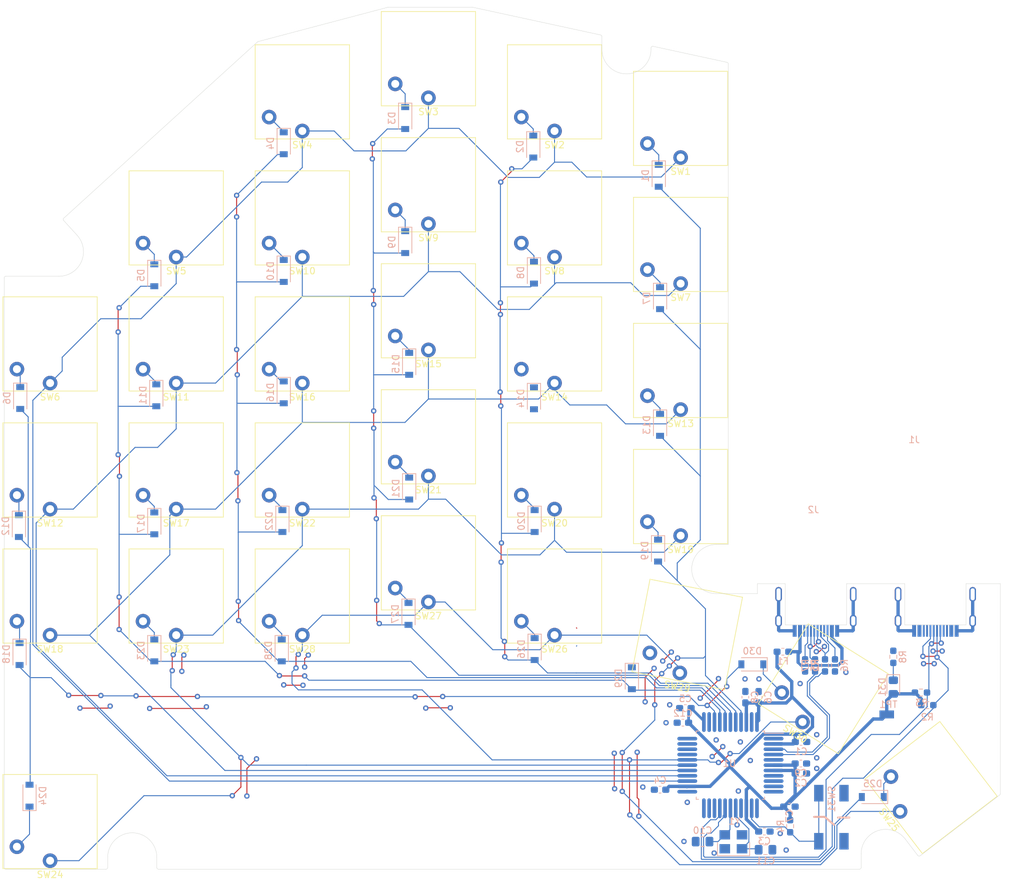
<source format=kicad_pcb>
(kicad_pcb (version 20171130) (host pcbnew 5.1.10)
  (layers (0 F.Cu signal) (31 B.Cu signal) (34 B.Paste user) (35 F.Paste user) (36 B.SilkS user) (37 F.SilkS user) (38 B.Mask user) (39 F.Mask user) (44 Edge.Cuts user))
  (net 0 "")
  (net 1 "Net-(D1-Pad1)")
  (net 2 "Net-(D2-Pad1)")
  (net 3 "Net-(D3-Pad1)")
  (net 4 "Net-(D4-Pad1)")
  (net 5 "Net-(D5-Pad1)")
  (net 6 "Net-(D6-Pad1)")
  (net 7 "Net-(D7-Pad1)")
  (net 8 "Net-(D8-Pad1)")
  (net 9 "Net-(D9-Pad1)")
  (net 10 "Net-(D10-Pad1)")
  (net 11 "Net-(D11-Pad1)")
  (net 12 "Net-(D12-Pad1)")
  (net 13 "Net-(D13-Pad1)")
  (net 14 "Net-(D14-Pad1)")
  (net 15 "Net-(D15-Pad1)")
  (net 16 "Net-(D16-Pad1)")
  (net 17 "Net-(D17-Pad1)")
  (net 18 "Net-(D18-Pad1)")
  (net 19 "Net-(D19-Pad1)")
  (net 20 "Net-(D20-Pad1)")
  (net 21 "Net-(D21-Pad1)")
  (net 22 "Net-(D22-Pad1)")
  (net 23 "Net-(D23-Pad1)")
  (net 24 "Net-(D24-Pad1)")
  (net 25 "Net-(D25-Pad1)")
  (net 26 "Net-(D26-Pad1)")
  (net 27 "Net-(D27-Pad1)")
  (net 28 "Net-(D28-Pad1)")
  (net 29 "Net-(D29-Pad1)")
  (net 30 "Net-(D30-Pad1)")
  (net 31 "Net-(J1-PadB5)")
  (net 32 "Net-(J1-PadA8)")
  (net 33 "Net-(J1-PadA5)")
  (net 34 "Net-(J1-PadB8)")
  (net 35 "Net-(J2-PadB5)")
  (net 36 "Net-(J2-PadA8)")
  (net 37 "Net-(J2-PadA5)")
  (net 38 "Net-(J2-PadB8)")
  (net 39 0V)
  (net 40 5V)
  (net 41 VBUS)
  (net 42 /Sheet61884E9A/XTAL1)
  (net 43 /Sheet61884E9A/XTAL2)
  (net 44 /Sheet6188018D/col0)
  (net 45 /Sheet6188018D/col1)
  (net 46 /Sheet6188018D/col2)
  (net 47 /Sheet6188018D/col3)
  (net 48 /Sheet6188018D/col4)
  (net 49 /Sheet6188018D/col5)
  (net 50 "Net-(D31-Pad1)")
  (net 51 /Sheet61884E9A/SCL)
  (net 52 /Sheet61884E9A/SDA)
  (net 53 /Sheet61884E9A/USB_FULL_P1)
  (net 54 /Sheet61884E9A/USB_FULL_N1)
  (net 55 /Sheet61884E9A/USB_FULL_P)
  (net 56 /Sheet61884E9A/~RST)
  (net 57 /Sheet61884E9A/USB_FULL_N)
  (net 58 /Sheet6188018D/row0)
  (net 59 /Sheet6188018D/row1)
  (net 60 /Sheet6188018D/row2)
  (net 61 /Sheet6188018D/row3)
  (net 62 /Sheet6188018D/row4)
  (net 63 "Net-(U1-Pad32)")
  (net 64 "Net-(U1-Pad31)")
  (net 65 "Net-(U1-Pad30)")
  (net 66 "Net-(U1-Pad22)")
  (net 67 "Net-(U1-Pad21)")
  (net 68 "Net-(U1-Pad20)")
  (net 69 "Net-(U1-Pad12)")
  (net 70 "Net-(U1-Pad11)")
  (net 71 "Net-(U1-Pad10)")
  (net 72 "Net-(U1-Pad9)")
  (net 73 "Net-(U1-Pad8)")
  (net 74 "Net-(U1-Pad1)")
  (module Diode_SMD:D_SOD-123 (layer B.Cu) (at 97.7 125.2 270)
    (fp_text reference D23 (at 0 2 90) (layer B.SilkS) (effects (justify mirror)))
    (fp_text value D)
    (pad 2 smd rect (at 1.65 0 270) (size 0.9 1.2) (layers B.Cu B.Paste B.Mask) (net 48 /Sheet6188018D/col4))
    (pad 1 smd rect (at -1.65 0 270) (size 0.9 1.2) (layers B.Cu B.Paste B.Mask) (net 23 "Net-(D23-Pad1)"))
  )
  (module Resistor_SMD:R_0603_1608Metric_Pad0.98x0.95mm_HandSolder (layer B.Cu) (at 214.1575 133.45)
    (fp_text reference R2 (at 0 1.8) (layer B.SilkS) (effects (justify mirror)))
    (fp_text value 1.2k)
    (pad 2 smd roundrect (at 0.9125 0) (size 0.975 0.95) (layers B.Cu B.Paste B.Mask) (net 52 /Sheet61884E9A/SDA))
    (pad 1 smd roundrect (at -0.9125 0) (size 0.975 0.95) (layers B.Cu B.Paste B.Mask) (net 40 5V))
  )
  (module grapto-v3-schematic:Switch_TL3315NF100Q (layer B.Cu) (at 199.71 150.345 270)
    (fp_text reference SW31 (at -2.75 -0.05 270) (layer B.SilkS) (effects (justify mirror)))
    (fp_text value SW_SPST)
    (pad 2 smd rect (at 3.625 -1.9 270) (size 2.5 1.4) (layers B.Cu B.Paste B.Mask) (net 39 0V))
    (pad 2 smd rect (at -3.625 -1.9 270) (size 2.5 1.4) (layers B.Cu B.Paste B.Mask) (net 39 0V))
    (pad 1 smd rect (at 3.625 1.9 270) (size 2.5 1.4) (layers B.Cu B.Paste B.Mask) (net 56 /Sheet61884E9A/~RST))
    (pad 1 smd rect (at -3.625 1.9 270) (size 2.5 1.4) (layers B.Cu B.Paste B.Mask) (net 56 /Sheet61884E9A/~RST))
  )
  (module grapto-v3-schematic:QFP-44_10x10_Pitch0.8mm_Hand_solder (layer B.Cu) (at 184.5 142.5 180)
    (fp_text reference U1 (at 0.15 0.25 180) (layer B.SilkS) (effects (justify mirror)))
    (fp_text value ATmega32U4-AU)
    (pad 44 smd oval (at -4 6.5 180) (size 0.55 3) (layers B.Cu B.Paste B.Mask) (net 40 5V))
    (pad 43 smd oval (at -3.2 6.5 180) (size 0.55 3) (layers B.Cu B.Paste B.Mask) (net 39 0V))
    (pad 42 smd oval (at -2.4 6.5 180) (size 0.55 3) (layers B.Cu B.Paste B.Mask) (net 40 5V))
    (pad 41 smd oval (at -1.6 6.5 180) (size 0.55 3) (layers B.Cu B.Paste B.Mask) (net 44 /Sheet6188018D/col0))
    (pad 40 smd oval (at -0.8 6.5 180) (size 0.55 3) (layers B.Cu B.Paste B.Mask) (net 45 /Sheet6188018D/col1))
    (pad 39 smd oval (at 0 6.5 180) (size 0.55 3) (layers B.Cu B.Paste B.Mask) (net 46 /Sheet6188018D/col2))
    (pad 38 smd oval (at 0.8 6.5 180) (size 0.55 3) (layers B.Cu B.Paste B.Mask) (net 47 /Sheet6188018D/col3))
    (pad 37 smd oval (at 1.6 6.5 180) (size 0.55 3) (layers B.Cu B.Paste B.Mask) (net 48 /Sheet6188018D/col4))
    (pad 36 smd oval (at 2.4 6.5 180) (size 0.55 3) (layers B.Cu B.Paste B.Mask) (net 49 /Sheet6188018D/col5))
    (pad 35 smd oval (at 3.2 6.5 180) (size 0.55 3) (layers B.Cu B.Paste B.Mask) (net 39 0V))
    (pad 34 smd oval (at 4 6.5 180) (size 0.55 3) (layers B.Cu B.Paste B.Mask) (net 40 5V))
    (pad 33 smd oval (at 6.5 4 90) (size 0.55 3) (layers B.Cu B.Paste B.Mask) (net 39 0V))
    (pad 32 smd oval (at 6.5 3.2 90) (size 0.55 3) (layers B.Cu B.Paste B.Mask) (net 63 "Net-(U1-Pad32)"))
    (pad 31 smd oval (at 6.5 2.4 90) (size 0.55 3) (layers B.Cu B.Paste B.Mask) (net 64 "Net-(U1-Pad31)"))
    (pad 30 smd oval (at 6.5 1.6 90) (size 0.55 3) (layers B.Cu B.Paste B.Mask) (net 65 "Net-(U1-Pad30)"))
    (pad 29 smd oval (at 6.5 0.8 90) (size 0.55 3) (layers B.Cu B.Paste B.Mask) (net 62 /Sheet6188018D/row4))
    (pad 28 smd oval (at 6.5 0 90) (size 0.55 3) (layers B.Cu B.Paste B.Mask) (net 61 /Sheet6188018D/row3))
    (pad 27 smd oval (at 6.5 -0.8 90) (size 0.55 3) (layers B.Cu B.Paste B.Mask) (net 60 /Sheet6188018D/row2))
    (pad 26 smd oval (at 6.5 -1.6 90) (size 0.55 3) (layers B.Cu B.Paste B.Mask) (net 59 /Sheet6188018D/row1))
    (pad 25 smd oval (at 6.5 -2.4 90) (size 0.55 3) (layers B.Cu B.Paste B.Mask) (net 58 /Sheet6188018D/row0))
    (pad 24 smd oval (at 6.5 -3.2 90) (size 0.55 3) (layers B.Cu B.Paste B.Mask) (net 40 5V))
    (pad 23 smd oval (at 6.5 -4 90) (size 0.55 3) (layers B.Cu B.Paste B.Mask) (net 39 0V))
    (pad 22 smd oval (at 4 -6.5 180) (size 0.55 3) (layers B.Cu B.Paste B.Mask) (net 66 "Net-(U1-Pad22)"))
    (pad 21 smd oval (at 3.2 -6.5 180) (size 0.55 3) (layers B.Cu B.Paste B.Mask) (net 67 "Net-(U1-Pad21)"))
    (pad 20 smd oval (at 2.4 -6.5 180) (size 0.55 3) (layers B.Cu B.Paste B.Mask) (net 68 "Net-(U1-Pad20)"))
    (pad 19 smd oval (at 1.6 -6.5 180) (size 0.55 3) (layers B.Cu B.Paste B.Mask) (net 52 /Sheet61884E9A/SDA))
    (pad 18 smd oval (at 0.8 -6.5 180) (size 0.55 3) (layers B.Cu B.Paste B.Mask) (net 51 /Sheet61884E9A/SCL))
    (pad 17 smd oval (at 0 -6.5 180) (size 0.55 3) (layers B.Cu B.Paste B.Mask) (net 42 /Sheet61884E9A/XTAL1))
    (pad 16 smd oval (at -0.8 -6.5 180) (size 0.55 3) (layers B.Cu B.Paste B.Mask) (net 43 /Sheet61884E9A/XTAL2))
    (pad 15 smd oval (at -1.6 -6.5 180) (size 0.55 3) (layers B.Cu B.Paste B.Mask) (net 39 0V))
    (pad 14 smd oval (at -2.4 -6.5 180) (size 0.55 3) (layers B.Cu B.Paste B.Mask) (net 40 5V))
    (pad 13 smd oval (at -3.2 -6.5 180) (size 0.55 3) (layers B.Cu B.Paste B.Mask) (net 56 /Sheet61884E9A/~RST))
    (pad 12 smd oval (at -4 -6.5 180) (size 0.55 3) (layers B.Cu B.Paste B.Mask) (net 69 "Net-(U1-Pad12)"))
    (pad 11 smd oval (at -6.5 -4 90) (size 0.55 3) (layers B.Cu B.Paste B.Mask) (net 70 "Net-(U1-Pad11)"))
    (pad 10 smd oval (at -6.5 -3.2 90) (size 0.55 3) (layers B.Cu B.Paste B.Mask) (net 71 "Net-(U1-Pad10)"))
    (pad 9 smd oval (at -6.5 -2.4 90) (size 0.55 3) (layers B.Cu B.Paste B.Mask) (net 72 "Net-(U1-Pad9)"))
    (pad 8 smd oval (at -6.5 -1.6 90) (size 0.55 3) (layers B.Cu B.Paste B.Mask) (net 73 "Net-(U1-Pad8)"))
    (pad 7 smd oval (at -6.5 -0.8 90) (size 0.55 3) (layers B.Cu B.Paste B.Mask) (net 40 5V))
    (pad 6 smd oval (at -6.5 0 90) (size 0.55 3) (layers B.Cu B.Paste B.Mask) (net 40 5V))
    (pad 5 smd oval (at -6.5 0.8 90) (size 0.55 3) (layers B.Cu B.Paste B.Mask) (net 39 0V))
    (pad 4 smd oval (at -6.5 1.6 90) (size 0.55 3) (layers B.Cu B.Paste B.Mask) (net 55 /Sheet61884E9A/USB_FULL_P))
    (pad 3 smd oval (at -6.5 2.4 90) (size 0.55 3) (layers B.Cu B.Paste B.Mask) (net 57 /Sheet61884E9A/USB_FULL_N))
    (pad 2 smd oval (at -6.5 3.2 90) (size 0.55 3) (layers B.Cu B.Paste B.Mask) (net 40 5V))
    (pad 1 smd oval (at -6.5 4 90) (size 0.55 3) (layers B.Cu B.Paste B.Mask) (net 74 "Net-(U1-Pad1)"))
  )
  (module grapto-v3-schematic:Crystal_ECS-160-20-33-TR3 (layer B.Cu) (at 184.95 154.05)
    (fp_text reference Y1 (at 0.15 -3.1) (layer B.SilkS) (effects (justify mirror)))
    (fp_text value Crystal_GND24)
    (pad 2 smd rect (at 1.3 -1.05) (size 1.6 1.4) (layers B.Cu B.Paste B.Mask) (net 39 0V))
    (pad 1 smd rect (at -1.3 -1.05) (size 1.6 1.4) (layers B.Cu B.Paste B.Mask) (net 42 /Sheet61884E9A/XTAL1))
    (pad 3 smd rect (at 1.3 1.05) (size 1.6 1.4) (layers B.Cu B.Paste B.Mask) (net 43 /Sheet61884E9A/XTAL2))
    (pad 4 smd rect (at -1.3 1.05) (size 1.6 1.4) (layers B.Cu B.Paste B.Mask) (net 39 0V))
  )
  (module grapto-v3-schematic:TestPoint_S2761-46R (layer B.Cu) (at 208.05 134.85)
    (fp_text reference TP1 (at 0.25 -1.5) (layer B.SilkS) (effects (justify mirror)))
    (fp_text value TestPoint)
    (pad 1 smd rect (at 0 0) (size 2.2 1.2) (layers B.Cu B.Paste B.Mask) (net 40 5V))
  )
  (module Resistor_SMD:R_0603_1608Metric_Pad0.98x0.95mm_HandSolder (layer B.Cu) (at 209.04 126.1675 90)
    (fp_text reference R8 (at 0 1.43 90) (layer B.SilkS) (effects (justify mirror)))
    (fp_text value 68)
    (pad 2 smd roundrect (at 0.9125 0 90) (size 0.975 0.95) (layers B.Cu B.Paste B.Mask) (net 39 0V))
    (pad 1 smd roundrect (at -0.9125 0 90) (size 0.975 0.95) (layers B.Cu B.Paste B.Mask) (net 50 "Net-(D31-Pad1)"))
  )
  (module Resistor_SMD:R_0603_1608Metric_Pad0.98x0.95mm_HandSolder (layer B.Cu) (at 197.25 127.4625 270)
    (fp_text reference R7 (at 0 1.43 90) (layer B.SilkS) (effects (justify mirror)))
    (fp_text value 22)
    (pad 2 smd roundrect (at 0.9125 0 270) (size 0.975 0.95) (layers B.Cu B.Paste B.Mask) (net 57 /Sheet61884E9A/USB_FULL_N))
    (pad 1 smd roundrect (at -0.9125 0 270) (size 0.975 0.95) (layers B.Cu B.Paste B.Mask) (net 54 /Sheet61884E9A/USB_FULL_N1))
  )
  (module Resistor_SMD:R_0603_1608Metric_Pad0.98x0.95mm_HandSolder (layer B.Cu) (at 200.25 127.4625 90)
    (fp_text reference R6 (at 0 1.43 90) (layer B.SilkS) (effects (justify mirror)))
    (fp_text value 5.1k)
    (pad 2 smd roundrect (at 0.9125 0 90) (size 0.975 0.95) (layers B.Cu B.Paste B.Mask) (net 35 "Net-(J2-PadB5)"))
    (pad 1 smd roundrect (at -0.9125 0 90) (size 0.975 0.95) (layers B.Cu B.Paste B.Mask) (net 39 0V))
  )
  (module Resistor_SMD:R_0603_1608Metric_Pad0.98x0.95mm_HandSolder (layer B.Cu) (at 195.75 127.4625 90)
    (fp_text reference R5 (at 0 1.43 90) (layer B.SilkS) (effects (justify mirror)))
    (fp_text value 5.1k)
    (pad 2 smd roundrect (at 0.9125 0 90) (size 0.975 0.95) (layers B.Cu B.Paste B.Mask) (net 37 "Net-(J2-PadA5)"))
    (pad 1 smd roundrect (at -0.9125 0 90) (size 0.975 0.95) (layers B.Cu B.Paste B.Mask) (net 39 0V))
  )
  (module Resistor_SMD:R_0603_1608Metric_Pad0.98x0.95mm_HandSolder (layer B.Cu) (at 193.5 151.7 270)
    (fp_text reference R4 (at 0 1.43 90) (layer B.SilkS) (effects (justify mirror)))
    (fp_text value 4.7k)
    (pad 2 smd roundrect (at 0.9125 0 270) (size 0.975 0.95) (layers B.Cu B.Paste B.Mask) (net 56 /Sheet61884E9A/~RST))
    (pad 1 smd roundrect (at -0.9125 0 270) (size 0.975 0.95) (layers B.Cu B.Paste B.Mask) (net 40 5V))
  )
  (module Resistor_SMD:R_0603_1608Metric_Pad0.98x0.95mm_HandSolder (layer B.Cu) (at 213.2075 131.55)
    (fp_text reference R3 (at 0.1125 1.55) (layer B.SilkS) (effects (justify mirror)))
    (fp_text value 1.2k)
    (pad 2 smd roundrect (at 0.9125 0) (size 0.975 0.95) (layers B.Cu B.Paste B.Mask) (net 51 /Sheet61884E9A/SCL))
    (pad 1 smd roundrect (at -0.9125 0) (size 0.975 0.95) (layers B.Cu B.Paste B.Mask) (net 40 5V))
  )
  (module Resistor_SMD:R_0603_1608Metric_Pad0.98x0.95mm_HandSolder (layer B.Cu) (at 198.75 127.4625 270)
    (fp_text reference R1 (at 0 1.43 90) (layer B.SilkS) (effects (justify mirror)))
    (fp_text value 22)
    (pad 2 smd roundrect (at 0.9125 0 270) (size 0.975 0.95) (layers B.Cu B.Paste B.Mask) (net 55 /Sheet61884E9A/USB_FULL_P))
    (pad 1 smd roundrect (at -0.9125 0 270) (size 0.975 0.95) (layers B.Cu B.Paste B.Mask) (net 53 /Sheet61884E9A/USB_FULL_P1))
  )
  (module Fuse:Fuse_0603_1608Metric_Pad1.05x0.95mm_HandSolder (layer B.Cu) (at 192.4 125.4)
    (fp_text reference F1 (at 0 1.43) (layer B.SilkS) (effects (justify mirror)))
    (fp_text value 200m)
    (pad 2 smd roundrect (at 0.875 0) (size 1.05 0.95) (layers B.Cu B.Paste B.Mask) (net 41 VBUS))
    (pad 1 smd roundrect (at -0.875 0) (size 1.05 0.95) (layers B.Cu B.Paste B.Mask) (net 40 5V))
  )
  (module Diode_SMD:D_0805_2012Metric_Pad1.15x1.40mm_HandSolder (layer B.Cu) (at 209.04 130.725 270)
    (fp_text reference D31 (at 0 1.65 90) (layer B.SilkS) (effects (justify mirror)))
    (fp_text value LED)
    (pad 2 smd roundrect (at 1.025 0 270) (size 1.15 1.4) (layers B.Cu B.Paste B.Mask) (roundrect_rratio 0.217391) (net 40 5V))
    (pad 1 smd roundrect (at -1.025 0 270) (size 1.15 1.4) (layers B.Cu B.Paste B.Mask) (roundrect_rratio 0.217391) (net 50 "Net-(D31-Pad1)"))
  )
  (module Diode_SMD:D_SOD-123 (layer B.Cu) (at 187.8 127.3 180)
    (fp_text reference D30 (at 0 2) (layer B.SilkS) (effects (justify mirror)))
    (fp_text value D)
    (pad 2 smd rect (at 1.65 0 180) (size 0.9 1.2) (layers B.Cu B.Paste B.Mask) (net 49 /Sheet6188018D/col5))
    (pad 1 smd rect (at -1.65 0 180) (size 0.9 1.2) (layers B.Cu B.Paste B.Mask) (net 30 "Net-(D30-Pad1)"))
  )
  (module Diode_SMD:D_SOD-123 (layer B.Cu) (at 169.65 129.4 270)
    (fp_text reference D29 (at 0 2 90) (layer B.SilkS) (effects (justify mirror)))
    (fp_text value D)
    (pad 2 smd rect (at 1.65 0 270) (size 0.9 1.2) (layers B.Cu B.Paste B.Mask) (net 48 /Sheet6188018D/col4))
    (pad 1 smd rect (at -1.65 0 270) (size 0.9 1.2) (layers B.Cu B.Paste B.Mask) (net 29 "Net-(D29-Pad1)"))
  )
  (module Diode_SMD:D_SOD-123 (layer B.Cu) (at 116.9 125.2 270)
    (fp_text reference D28 (at 0 2 90) (layer B.SilkS) (effects (justify mirror)))
    (fp_text value D)
    (pad 2 smd rect (at 1.65 0 270) (size 0.9 1.2) (layers B.Cu B.Paste B.Mask) (net 47 /Sheet6188018D/col3))
    (pad 1 smd rect (at -1.65 0 270) (size 0.9 1.2) (layers B.Cu B.Paste B.Mask) (net 28 "Net-(D28-Pad1)"))
  )
  (module Diode_SMD:D_SOD-123 (layer B.Cu) (at 136 119.7 270)
    (fp_text reference D27 (at 0 2 90) (layer B.SilkS) (effects (justify mirror)))
    (fp_text value D)
    (pad 2 smd rect (at 1.65 0 270) (size 0.9 1.2) (layers B.Cu B.Paste B.Mask) (net 46 /Sheet6188018D/col2))
    (pad 1 smd rect (at -1.65 0 270) (size 0.9 1.2) (layers B.Cu B.Paste B.Mask) (net 27 "Net-(D27-Pad1)"))
  )
  (module Diode_SMD:D_SOD-123 (layer B.Cu) (at 155 125 270)
    (fp_text reference D26 (at 0 2 90) (layer B.SilkS) (effects (justify mirror)))
    (fp_text value D)
    (pad 2 smd rect (at 1.65 0 270) (size 0.9 1.2) (layers B.Cu B.Paste B.Mask) (net 45 /Sheet6188018D/col1))
    (pad 1 smd rect (at -1.65 0 270) (size 0.9 1.2) (layers B.Cu B.Paste B.Mask) (net 26 "Net-(D26-Pad1)"))
  )
  (module Diode_SMD:D_SOD-123 (layer B.Cu) (at 205.95 147.3 180)
    (fp_text reference D25 (at 0 2) (layer B.SilkS) (effects (justify mirror)))
    (fp_text value D)
    (pad 2 smd rect (at 1.65 0 180) (size 0.9 1.2) (layers B.Cu B.Paste B.Mask) (net 44 /Sheet6188018D/col0))
    (pad 1 smd rect (at -1.65 0 180) (size 0.9 1.2) (layers B.Cu B.Paste B.Mask) (net 25 "Net-(D25-Pad1)"))
  )
  (module Diode_SMD:D_SOD-123 (layer B.Cu) (at 78.9 147.1 90)
    (fp_text reference D24 (at 0 2 90) (layer B.SilkS) (effects (justify mirror)))
    (fp_text value D)
    (pad 2 smd rect (at 1.65 0 90) (size 0.9 1.2) (layers B.Cu B.Paste B.Mask) (net 49 /Sheet6188018D/col5))
    (pad 1 smd rect (at -1.65 0 90) (size 0.9 1.2) (layers B.Cu B.Paste B.Mask) (net 24 "Net-(D24-Pad1)"))
  )
  (module Diode_SMD:D_SOD-123 (layer B.Cu) (at 117 105.7 270)
    (fp_text reference D22 (at 0 2 90) (layer B.SilkS) (effects (justify mirror)))
    (fp_text value D)
    (pad 2 smd rect (at 1.65 0 270) (size 0.9 1.2) (layers B.Cu B.Paste B.Mask) (net 47 /Sheet6188018D/col3))
    (pad 1 smd rect (at -1.65 0 270) (size 0.9 1.2) (layers B.Cu B.Paste B.Mask) (net 22 "Net-(D22-Pad1)"))
  )
  (module Diode_SMD:D_SOD-123 (layer B.Cu) (at 136.1 100.8 270)
    (fp_text reference D21 (at 0 2 90) (layer B.SilkS) (effects (justify mirror)))
    (fp_text value D)
    (pad 2 smd rect (at 1.65 0 270) (size 0.9 1.2) (layers B.Cu B.Paste B.Mask) (net 46 /Sheet6188018D/col2))
    (pad 1 smd rect (at -1.65 0 270) (size 0.9 1.2) (layers B.Cu B.Paste B.Mask) (net 21 "Net-(D21-Pad1)"))
  )
  (module Diode_SMD:D_SOD-123 (layer B.Cu) (at 155 105.7 270)
    (fp_text reference D20 (at 0 2 90) (layer B.SilkS) (effects (justify mirror)))
    (fp_text value D)
    (pad 2 smd rect (at 1.65 0 270) (size 0.9 1.2) (layers B.Cu B.Paste B.Mask) (net 45 /Sheet6188018D/col1))
    (pad 1 smd rect (at -1.65 0 270) (size 0.9 1.2) (layers B.Cu B.Paste B.Mask) (net 20 "Net-(D20-Pad1)"))
  )
  (module Diode_SMD:D_SOD-123 (layer B.Cu) (at 173.6 110.15 270)
    (fp_text reference D19 (at 0 2 90) (layer B.SilkS) (effects (justify mirror)))
    (fp_text value D)
    (pad 2 smd rect (at 1.65 0 270) (size 0.9 1.2) (layers B.Cu B.Paste B.Mask) (net 44 /Sheet6188018D/col0))
    (pad 1 smd rect (at -1.65 0 270) (size 0.9 1.2) (layers B.Cu B.Paste B.Mask) (net 19 "Net-(D19-Pad1)"))
  )
  (module Diode_SMD:D_SOD-123 (layer B.Cu) (at 77.4 125.75 270)
    (fp_text reference D18 (at 0 2 90) (layer B.SilkS) (effects (justify mirror)))
    (fp_text value D)
    (pad 2 smd rect (at 1.65 0 270) (size 0.9 1.2) (layers B.Cu B.Paste B.Mask) (net 49 /Sheet6188018D/col5))
    (pad 1 smd rect (at -1.65 0 270) (size 0.9 1.2) (layers B.Cu B.Paste B.Mask) (net 18 "Net-(D18-Pad1)"))
  )
  (module Diode_SMD:D_SOD-123 (layer B.Cu) (at 97.7 106.05 270)
    (fp_text reference D17 (at 0 2 90) (layer B.SilkS) (effects (justify mirror)))
    (fp_text value D)
    (pad 2 smd rect (at 1.65 0 270) (size 0.9 1.2) (layers B.Cu B.Paste B.Mask) (net 48 /Sheet6188018D/col4))
    (pad 1 smd rect (at -1.65 0 270) (size 0.9 1.2) (layers B.Cu B.Paste B.Mask) (net 17 "Net-(D17-Pad1)"))
  )
  (module Diode_SMD:D_SOD-123 (layer B.Cu) (at 117.2 86.3 270)
    (fp_text reference D16 (at 0 2 90) (layer B.SilkS) (effects (justify mirror)))
    (fp_text value D)
    (pad 2 smd rect (at 1.65 0 270) (size 0.9 1.2) (layers B.Cu B.Paste B.Mask) (net 47 /Sheet6188018D/col3))
    (pad 1 smd rect (at -1.65 0 270) (size 0.9 1.2) (layers B.Cu B.Paste B.Mask) (net 16 "Net-(D16-Pad1)"))
  )
  (module Diode_SMD:D_SOD-123 (layer B.Cu) (at 136.1 82 270)
    (fp_text reference D15 (at 0 2 90) (layer B.SilkS) (effects (justify mirror)))
    (fp_text value D)
    (pad 2 smd rect (at 1.65 0 270) (size 0.9 1.2) (layers B.Cu B.Paste B.Mask) (net 46 /Sheet6188018D/col2))
    (pad 1 smd rect (at -1.65 0 270) (size 0.9 1.2) (layers B.Cu B.Paste B.Mask) (net 15 "Net-(D15-Pad1)"))
  )
  (module Diode_SMD:D_SOD-123 (layer B.Cu) (at 154.9 87.2 270)
    (fp_text reference D14 (at 0 2 90) (layer B.SilkS) (effects (justify mirror)))
    (fp_text value D)
    (pad 2 smd rect (at 1.65 0 270) (size 0.9 1.2) (layers B.Cu B.Paste B.Mask) (net 45 /Sheet6188018D/col1))
    (pad 1 smd rect (at -1.65 0 270) (size 0.9 1.2) (layers B.Cu B.Paste B.Mask) (net 14 "Net-(D14-Pad1)"))
  )
  (module Diode_SMD:D_SOD-123 (layer B.Cu) (at 173.9 91.2 270)
    (fp_text reference D13 (at 0 2 90) (layer B.SilkS) (effects (justify mirror)))
    (fp_text value D)
    (pad 2 smd rect (at 1.65 0 270) (size 0.9 1.2) (layers B.Cu B.Paste B.Mask) (net 44 /Sheet6188018D/col0))
    (pad 1 smd rect (at -1.65 0 270) (size 0.9 1.2) (layers B.Cu B.Paste B.Mask) (net 13 "Net-(D13-Pad1)"))
  )
  (module Diode_SMD:D_SOD-123 (layer B.Cu) (at 77.3 106.45 270)
    (fp_text reference D12 (at 0 2 90) (layer B.SilkS) (effects (justify mirror)))
    (fp_text value D)
    (pad 2 smd rect (at 1.65 0 270) (size 0.9 1.2) (layers B.Cu B.Paste B.Mask) (net 49 /Sheet6188018D/col5))
    (pad 1 smd rect (at -1.65 0 270) (size 0.9 1.2) (layers B.Cu B.Paste B.Mask) (net 12 "Net-(D12-Pad1)"))
  )
  (module Diode_SMD:D_SOD-123 (layer B.Cu) (at 98 86.75 270)
    (fp_text reference D11 (at 0 2 90) (layer B.SilkS) (effects (justify mirror)))
    (fp_text value D)
    (pad 2 smd rect (at 1.65 0 270) (size 0.9 1.2) (layers B.Cu B.Paste B.Mask) (net 48 /Sheet6188018D/col4))
    (pad 1 smd rect (at -1.65 0 270) (size 0.9 1.2) (layers B.Cu B.Paste B.Mask) (net 11 "Net-(D11-Pad1)"))
  )
  (module Diode_SMD:D_SOD-123 (layer B.Cu) (at 117.2 68 270)
    (fp_text reference D10 (at 0 2 90) (layer B.SilkS) (effects (justify mirror)))
    (fp_text value D)
    (pad 2 smd rect (at 1.65 0 270) (size 0.9 1.2) (layers B.Cu B.Paste B.Mask) (net 47 /Sheet6188018D/col3))
    (pad 1 smd rect (at -1.65 0 270) (size 0.9 1.2) (layers B.Cu B.Paste B.Mask) (net 10 "Net-(D10-Pad1)"))
  )
  (module Diode_SMD:D_SOD-123 (layer B.Cu) (at 135.5 63.65 270)
    (fp_text reference D9 (at 0 2 90) (layer B.SilkS) (effects (justify mirror)))
    (fp_text value D)
    (pad 2 smd rect (at 1.65 0 270) (size 0.9 1.2) (layers B.Cu B.Paste B.Mask) (net 46 /Sheet6188018D/col2))
    (pad 1 smd rect (at -1.65 0 270) (size 0.9 1.2) (layers B.Cu B.Paste B.Mask) (net 9 "Net-(D9-Pad1)"))
  )
  (module Diode_SMD:D_SOD-123 (layer B.Cu) (at 154.9 68.25 270)
    (fp_text reference D8 (at 0 2 90) (layer B.SilkS) (effects (justify mirror)))
    (fp_text value D)
    (pad 2 smd rect (at 1.65 0 270) (size 0.9 1.2) (layers B.Cu B.Paste B.Mask) (net 45 /Sheet6188018D/col1))
    (pad 1 smd rect (at -1.65 0 270) (size 0.9 1.2) (layers B.Cu B.Paste B.Mask) (net 8 "Net-(D8-Pad1)"))
  )
  (module Diode_SMD:D_SOD-123 (layer B.Cu) (at 173.9 72.1 270)
    (fp_text reference D7 (at 0 2 90) (layer B.SilkS) (effects (justify mirror)))
    (fp_text value D)
    (pad 2 smd rect (at 1.65 0 270) (size 0.9 1.2) (layers B.Cu B.Paste B.Mask) (net 44 /Sheet6188018D/col0))
    (pad 1 smd rect (at -1.65 0 270) (size 0.9 1.2) (layers B.Cu B.Paste B.Mask) (net 7 "Net-(D7-Pad1)"))
  )
  (module Diode_SMD:D_SOD-123 (layer B.Cu) (at 77.5 87.15 270)
    (fp_text reference D6 (at 0 2 90) (layer B.SilkS) (effects (justify mirror)))
    (fp_text value D)
    (pad 2 smd rect (at 1.65 0 270) (size 0.9 1.2) (layers B.Cu B.Paste B.Mask) (net 49 /Sheet6188018D/col5))
    (pad 1 smd rect (at -1.65 0 270) (size 0.9 1.2) (layers B.Cu B.Paste B.Mask) (net 6 "Net-(D6-Pad1)"))
  )
  (module Diode_SMD:D_SOD-123 (layer B.Cu) (at 97.7 68.65 270)
    (fp_text reference D5 (at 0 2 90) (layer B.SilkS) (effects (justify mirror)))
    (fp_text value D)
    (pad 2 smd rect (at 1.65 0 270) (size 0.9 1.2) (layers B.Cu B.Paste B.Mask) (net 48 /Sheet6188018D/col4))
    (pad 1 smd rect (at -1.65 0 270) (size 0.9 1.2) (layers B.Cu B.Paste B.Mask) (net 5 "Net-(D5-Pad1)"))
  )
  (module Diode_SMD:D_SOD-123 (layer B.Cu) (at 117.2 48.75 270)
    (fp_text reference D4 (at 0 2 90) (layer B.SilkS) (effects (justify mirror)))
    (fp_text value D)
    (pad 2 smd rect (at 1.65 0 270) (size 0.9 1.2) (layers B.Cu B.Paste B.Mask) (net 47 /Sheet6188018D/col3))
    (pad 1 smd rect (at -1.65 0 270) (size 0.9 1.2) (layers B.Cu B.Paste B.Mask) (net 4 "Net-(D4-Pad1)"))
  )
  (module Diode_SMD:D_SOD-123 (layer B.Cu) (at 135.5 44.95 270)
    (fp_text reference D3 (at 0 2 90) (layer B.SilkS) (effects (justify mirror)))
    (fp_text value D)
    (pad 2 smd rect (at 1.65 0 270) (size 0.9 1.2) (layers B.Cu B.Paste B.Mask) (net 46 /Sheet6188018D/col2))
    (pad 1 smd rect (at -1.65 0 270) (size 0.9 1.2) (layers B.Cu B.Paste B.Mask) (net 3 "Net-(D3-Pad1)"))
  )
  (module Diode_SMD:D_SOD-123 (layer B.Cu) (at 154.8 49.25 270)
    (fp_text reference D2 (at 0 2 90) (layer B.SilkS) (effects (justify mirror)))
    (fp_text value D)
    (pad 2 smd rect (at 1.65 0 270) (size 0.9 1.2) (layers B.Cu B.Paste B.Mask) (net 45 /Sheet6188018D/col1))
    (pad 1 smd rect (at -1.65 0 270) (size 0.9 1.2) (layers B.Cu B.Paste B.Mask) (net 2 "Net-(D2-Pad1)"))
  )
  (module Diode_SMD:D_SOD-123 (layer B.Cu) (at 173.7 53.65 270)
    (fp_text reference D1 (at 0 2 90) (layer B.SilkS) (effects (justify mirror)))
    (fp_text value D)
    (pad 2 smd rect (at 1.65 0 270) (size 0.9 1.2) (layers B.Cu B.Paste B.Mask) (net 44 /Sheet6188018D/col0))
    (pad 1 smd rect (at -1.65 0 270) (size 0.9 1.2) (layers B.Cu B.Paste B.Mask) (net 1 "Net-(D1-Pad1)"))
  )
  (module Capacitor_SMD:C_0603_1608Metric_Pad1.08x0.95mm_HandSolder (layer B.Cu) (at 177.3375 136.1 180)
    (fp_text reference C12 (at 0 1.43) (layer B.SilkS) (effects (justify mirror)))
    (fp_text value 1u)
    (pad 2 smd roundrect (at 0.8625 0 180) (size 1.075 0.95) (layers B.Cu B.Paste B.Mask) (net 39 0V))
    (pad 1 smd roundrect (at -0.8625 0 180) (size 1.075 0.95) (layers B.Cu B.Paste B.Mask) (net 40 5V))
  )
  (module Capacitor_SMD:C_0805_2012Metric_Pad1.18x1.45mm_HandSolder (layer B.Cu) (at 189.7875 155.25)
    (fp_text reference C11 (at 0 1.68) (layer B.SilkS) (effects (justify mirror)))
    (fp_text value 32p)
    (pad 2 smd roundrect (at 1.0375 0) (size 1.175 1.45) (layers B.Cu B.Paste B.Mask) (roundrect_rratio 0.212766) (net 39 0V))
    (pad 1 smd roundrect (at -1.0375 0) (size 1.175 1.45) (layers B.Cu B.Paste B.Mask) (roundrect_rratio 0.212766) (net 43 /Sheet61884E9A/XTAL2))
  )
  (module Capacitor_SMD:C_0805_2012Metric_Pad1.18x1.45mm_HandSolder (layer B.Cu) (at 180.3025 154.02 180)
    (fp_text reference C10 (at 0 1.68) (layer B.SilkS) (effects (justify mirror)))
    (fp_text value 32p)
    (pad 2 smd roundrect (at 1.0375 0 180) (size 1.175 1.45) (layers B.Cu B.Paste B.Mask) (roundrect_rratio 0.212766) (net 39 0V))
    (pad 1 smd roundrect (at -1.0375 0 180) (size 1.175 1.45) (layers B.Cu B.Paste B.Mask) (roundrect_rratio 0.212766) (net 42 /Sheet61884E9A/XTAL1))
  )
  (module Capacitor_SMD:C_0603_1608Metric_Pad1.08x0.95mm_HandSolder (layer B.Cu) (at 195.1125 142.25)
    (fp_text reference C9 (at 0 1.43) (layer B.SilkS) (effects (justify mirror)))
    (fp_text value 1u)
    (pad 2 smd roundrect (at 0.8625 0) (size 1.075 0.95) (layers B.Cu B.Paste B.Mask) (net 39 0V))
    (pad 1 smd roundrect (at -0.8625 0) (size 1.075 0.95) (layers B.Cu B.Paste B.Mask) (net 40 5V))
  )
  (module Capacitor_SMD:C_0603_1608Metric_Pad1.08x0.95mm_HandSolder (layer B.Cu) (at 186.75 132.25 90)
    (fp_text reference C8 (at 0 1.43 90) (layer B.SilkS) (effects (justify mirror)))
    (fp_text value .1u)
    (pad 2 smd roundrect (at 0.8625 0 90) (size 1.075 0.95) (layers B.Cu B.Paste B.Mask) (net 39 0V))
    (pad 1 smd roundrect (at -0.8625 0 90) (size 1.075 0.95) (layers B.Cu B.Paste B.Mask) (net 40 5V))
  )
  (module Capacitor_SMD:C_0603_1608Metric_Pad1.08x0.95mm_HandSolder (layer B.Cu) (at 193.3875 148.75)
    (fp_text reference C7 (at 0 1.43 90) (layer B.SilkS) (effects (justify mirror)))
    (fp_text value 1u)
    (pad 2 smd roundrect (at 0.8625 0) (size 1.075 0.95) (layers B.Cu B.Paste B.Mask) (net 39 0V))
    (pad 1 smd roundrect (at -0.8625 0) (size 1.075 0.95) (layers B.Cu B.Paste B.Mask) (net 40 5V))
  )
  (module Capacitor_SMD:C_0603_1608Metric_Pad1.08x0.95mm_HandSolder (layer B.Cu) (at 188.75 132.2625 90)
    (fp_text reference C6 (at 0 1.43 90) (layer B.SilkS) (effects (justify mirror)))
    (fp_text value .1u)
    (pad 2 smd roundrect (at 0.8625 0 90) (size 1.075 0.95) (layers B.Cu B.Paste B.Mask) (net 39 0V))
    (pad 1 smd roundrect (at -0.8625 0 90) (size 1.075 0.95) (layers B.Cu B.Paste B.Mask) (net 40 5V))
  )
  (module Capacitor_SMD:C_0603_1608Metric_Pad1.08x0.95mm_HandSolder (layer B.Cu) (at 177.7125 133.9 180)
    (fp_text reference C5 (at 0 1.43) (layer B.SilkS) (effects (justify mirror)))
    (fp_text value .1u)
    (pad 2 smd roundrect (at 0.8625 0 180) (size 1.075 0.95) (layers B.Cu B.Paste B.Mask) (net 39 0V))
    (pad 1 smd roundrect (at -0.8625 0 180) (size 1.075 0.95) (layers B.Cu B.Paste B.Mask) (net 40 5V))
  )
  (module Capacitor_SMD:C_0603_1608Metric_Pad1.08x0.95mm_HandSolder (layer B.Cu) (at 173.9 146.2 180)
    (fp_text reference C4 (at 0 1.43) (layer B.SilkS) (effects (justify mirror)))
    (fp_text value .1u)
    (pad 2 smd roundrect (at 0.8625 0 180) (size 1.075 0.95) (layers B.Cu B.Paste B.Mask) (net 39 0V))
    (pad 1 smd roundrect (at -0.8625 0 180) (size 1.075 0.95) (layers B.Cu B.Paste B.Mask) (net 40 5V))
  )
  (module Capacitor_SMD:C_0603_1608Metric_Pad1.08x0.95mm_HandSolder (layer B.Cu) (at 189.6125 152.5)
    (fp_text reference C3 (at 0 1.43) (layer B.SilkS) (effects (justify mirror)))
    (fp_text value .1u)
    (pad 2 smd roundrect (at 0.8625 0) (size 1.075 0.95) (layers B.Cu B.Paste B.Mask) (net 39 0V))
    (pad 1 smd roundrect (at -0.8625 0) (size 1.075 0.95) (layers B.Cu B.Paste B.Mask) (net 40 5V))
  )
  (module Capacitor_SMD:C_0603_1608Metric_Pad1.08x0.95mm_HandSolder (layer B.Cu) (at 195.1125 143.75)
    (fp_text reference C2 (at 0 1.43) (layer B.SilkS) (effects (justify mirror)))
    (fp_text value .1u)
    (pad 2 smd roundrect (at 0.8625 0) (size 1.075 0.95) (layers B.Cu B.Paste B.Mask) (net 39 0V))
    (pad 1 smd roundrect (at -0.8625 0) (size 1.075 0.95) (layers B.Cu B.Paste B.Mask) (net 40 5V))
  )
  (module Capacitor_SMD:C_0603_1608Metric_Pad1.08x0.95mm_HandSolder (layer B.Cu) (at 195.1375 139)
    (fp_text reference C1 (at 0 1.43) (layer B.SilkS) (effects (justify mirror)))
    (fp_text value .1u)
    (pad 2 smd roundrect (at 0.8625 0) (size 1.075 0.95) (layers B.Cu B.Paste B.Mask) (net 39 0V))
    (pad 1 smd roundrect (at -0.8625 0) (size 1.075 0.95) (layers B.Cu B.Paste B.Mask) (net 40 5V))
  )
  (module grapto-v3-schematic:Connector_GCT_USB4500 (layer B.Cu) (at 197.38 115.14)
    (fp_text reference J2 (at -0.38 -11.14) (layer B.SilkS) (effects (justify mirror)))
    (fp_text value USB_C_Receptacle_USB2.0)
    (pad B5 smd rect (at 1.75 7.1) (size 0.3 1.8) (layers B.Cu B.Paste B.Mask) (net 35 "Net-(J2-PadB5)"))
    (pad A8 smd rect (at 1.25 7.1) (size 0.3 1.8) (layers B.Cu B.Paste B.Mask) (net 36 "Net-(J2-PadA8)"))
    (pad B6 smd rect (at 0.75 7.1) (size 0.3 1.8) (layers B.Cu B.Paste B.Mask) (net 53 /Sheet61884E9A/USB_FULL_P1))
    (pad A7 smd rect (at 0.25 7.1) (size 0.3 1.8) (layers B.Cu B.Paste B.Mask) (net 54 /Sheet61884E9A/USB_FULL_N1))
    (pad A6 smd rect (at -0.25 7.1) (size 0.3 1.8) (layers B.Cu B.Paste B.Mask) (net 53 /Sheet61884E9A/USB_FULL_P1))
    (pad B7 smd rect (at -0.75 7.1) (size 0.3 1.8) (layers B.Cu B.Paste B.Mask) (net 54 /Sheet61884E9A/USB_FULL_N1))
    (pad A5 smd rect (at -1.25 7.1) (size 0.3 1.8) (layers B.Cu B.Paste B.Mask) (net 37 "Net-(J2-PadA5)"))
    (pad B8 smd rect (at -1.75 7.1) (size 0.3 1.8) (layers B.Cu B.Paste B.Mask) (net 38 "Net-(J2-PadB8)"))
    (pad A12 smd rect (at 3.2 7.1) (size 0.6 1.8) (layers B.Cu B.Paste B.Mask) (net 39 0V))
    (pad B4 smd rect (at 2.4 7.1) (size 0.6 1.8) (layers B.Cu B.Paste B.Mask) (net 41 VBUS))
    (pad A4 smd rect (at -2.4 7.1) (size 0.6 1.8) (layers B.Cu B.Paste B.Mask) (net 41 VBUS))
    (pad B12 smd rect (at -3.2 7.1) (size 0.6 1.8) (layers B.Cu B.Paste B.Mask) (net 39 0V))
    (pad S1 thru_hole oval (at 5.62 5.6) (size 1 1.8) (drill oval 0.6 1.4) (layers *.Cu *.Mask) (net 39 0V))
    (pad S1 thru_hole oval (at -5.62 5.6) (size 1 1.8) (drill oval 0.6 1.4) (layers *.Cu *.Mask) (net 39 0V))
    (pad S1 thru_hole oval (at 5.62 1.6) (size 1 2.2) (drill oval 0.6 1.8) (layers *.Cu *.Mask) (net 39 0V))
    (pad S1 thru_hole oval (at -5.62 1.6) (size 1 2.2) (drill oval 0.6 1.8) (layers *.Cu *.Mask) (net 39 0V))
  )
  (module grapto-v3-schematic:Connector_GCT_USB4500 (layer B.Cu) (at 215.38 115.14)
    (fp_text reference J1 (at -3.2 -21.7) (layer B.SilkS) (effects (justify mirror)))
    (fp_text value USB_C_Receptacle_USB2.0)
    (pad B5 smd rect (at 1.75 7.1) (size 0.3 1.8) (layers B.Cu B.Paste B.Mask) (net 31 "Net-(J1-PadB5)"))
    (pad A8 smd rect (at 1.25 7.1) (size 0.3 1.8) (layers B.Cu B.Paste B.Mask) (net 32 "Net-(J1-PadA8)"))
    (pad B6 smd rect (at 0.75 7.1) (size 0.3 1.8) (layers B.Cu B.Paste B.Mask) (net 51 /Sheet61884E9A/SCL))
    (pad A7 smd rect (at 0.25 7.1) (size 0.3 1.8) (layers B.Cu B.Paste B.Mask) (net 52 /Sheet61884E9A/SDA))
    (pad A6 smd rect (at -0.25 7.1) (size 0.3 1.8) (layers B.Cu B.Paste B.Mask) (net 51 /Sheet61884E9A/SCL))
    (pad B7 smd rect (at -0.75 7.1) (size 0.3 1.8) (layers B.Cu B.Paste B.Mask) (net 52 /Sheet61884E9A/SDA))
    (pad A5 smd rect (at -1.25 7.1) (size 0.3 1.8) (layers B.Cu B.Paste B.Mask) (net 33 "Net-(J1-PadA5)"))
    (pad B8 smd rect (at -1.75 7.1) (size 0.3 1.8) (layers B.Cu B.Paste B.Mask) (net 34 "Net-(J1-PadB8)"))
    (pad A12 smd rect (at 3.2 7.1) (size 0.6 1.8) (layers B.Cu B.Paste B.Mask) (net 39 0V))
    (pad B4 smd rect (at 2.4 7.1) (size 0.6 1.8) (layers B.Cu B.Paste B.Mask) (net 41 VBUS))
    (pad A4 smd rect (at -2.4 7.1) (size 0.6 1.8) (layers B.Cu B.Paste B.Mask) (net 41 VBUS))
    (pad B12 smd rect (at -3.2 7.1) (size 0.6 1.8) (layers B.Cu B.Paste B.Mask) (net 39 0V))
    (pad S1 thru_hole oval (at 5.62 5.6) (size 1 1.8) (drill oval 0.6 1.4) (layers *.Cu *.Mask) (net 39 0V))
    (pad S1 thru_hole oval (at -5.62 5.6) (size 1 1.8) (drill oval 0.6 1.4) (layers *.Cu *.Mask) (net 39 0V))
    (pad S1 thru_hole oval (at 5.62 1.6) (size 1 2.2) (drill oval 0.6 1.8) (layers *.Cu *.Mask) (net 39 0V))
    (pad S1 thru_hole oval (at -5.62 1.6) (size 1 2.2) (drill oval 0.6 1.8) (layers *.Cu *.Mask) (net 39 0V))
  )
  (module kaihl_choc:SW_Kailh_Choc_V1 (layer F.Cu) (at 198.49 130.99 148)
    (fp_text reference SW30 (at 0 -8 148) (layer F.SilkS))
    (fp_text value SW_Push)
    (pad "" np_thru_hole circle (at -5.22 4.2 148) (size 1.2 1.2) (drill 1.2) (layers *.Cu *.Mask))
    (pad "" np_thru_hole circle (at 5.5 0 148) (size 1.8 1.8) (drill 1.8) (layers *.Cu *.Mask))
    (pad "" np_thru_hole circle (at -5.5 0 148) (size 1.8 1.8) (drill 1.8) (layers *.Cu *.Mask))
    (pad "" np_thru_hole circle (at 0 0 148) (size 3.2 3.2) (drill 3.2) (layers *.Cu *.Mask))
    (pad 2 thru_hole circle (at 5 -3.8 148) (size 2.2 2.2) (drill 1.2) (layers *.Cu B.Mask) (net 30 "Net-(D30-Pad1)"))
    (pad 1 thru_hole circle (at 0 -5.9 148) (size 2.2 2.2) (drill 1.2) (layers *.Cu B.Mask) (net 62 /Sheet6188018D/row4))
  )
  (module kaihl_choc:SW_Kailh_Choc_V1 (layer F.Cu) (at 178 122.8 169)
    (fp_text reference SW29 (at 0 -8 169) (layer F.SilkS))
    (fp_text value SW_Push)
    (pad "" np_thru_hole circle (at -5.22 4.2 169) (size 1.2 1.2) (drill 1.2) (layers *.Cu *.Mask))
    (pad "" np_thru_hole circle (at 5.5 0 169) (size 1.8 1.8) (drill 1.8) (layers *.Cu *.Mask))
    (pad "" np_thru_hole circle (at -5.5 0 169) (size 1.8 1.8) (drill 1.8) (layers *.Cu *.Mask))
    (pad "" np_thru_hole circle (at 0 0 169) (size 3.2 3.2) (drill 3.2) (layers *.Cu *.Mask))
    (pad 2 thru_hole circle (at 5 -3.8 169) (size 2.2 2.2) (drill 1.2) (layers *.Cu B.Mask) (net 29 "Net-(D29-Pad1)"))
    (pad 1 thru_hole circle (at 0 -5.9 169) (size 2.2 2.2) (drill 1.2) (layers *.Cu B.Mask) (net 62 /Sheet6188018D/row4))
  )
  (module kaihl_choc:SW_Kailh_Choc_V1 (layer F.Cu) (at 120 117 180)
    (fp_text reference SW28 (at 0 -8 180) (layer F.SilkS))
    (fp_text value SW_Push)
    (pad "" np_thru_hole circle (at -5.22 4.2 180) (size 1.2 1.2) (drill 1.2) (layers *.Cu *.Mask))
    (pad "" np_thru_hole circle (at 5.5 0 180) (size 1.8 1.8) (drill 1.8) (layers *.Cu *.Mask))
    (pad "" np_thru_hole circle (at -5.5 0 180) (size 1.8 1.8) (drill 1.8) (layers *.Cu *.Mask))
    (pad "" np_thru_hole circle (at 0 0 180) (size 3.2 3.2) (drill 3.2) (layers *.Cu *.Mask))
    (pad 2 thru_hole circle (at 5 -3.8 180) (size 2.2 2.2) (drill 1.2) (layers *.Cu B.Mask) (net 28 "Net-(D28-Pad1)"))
    (pad 1 thru_hole circle (at 0 -5.9 180) (size 2.2 2.2) (drill 1.2) (layers *.Cu B.Mask) (net 62 /Sheet6188018D/row4))
  )
  (module kaihl_choc:SW_Kailh_Choc_V1 (layer F.Cu) (at 139 112 180)
    (fp_text reference SW27 (at 0 -8 180) (layer F.SilkS))
    (fp_text value SW_Push)
    (pad "" np_thru_hole circle (at -5.22 4.2 180) (size 1.2 1.2) (drill 1.2) (layers *.Cu *.Mask))
    (pad "" np_thru_hole circle (at 5.5 0 180) (size 1.8 1.8) (drill 1.8) (layers *.Cu *.Mask))
    (pad "" np_thru_hole circle (at -5.5 0 180) (size 1.8 1.8) (drill 1.8) (layers *.Cu *.Mask))
    (pad "" np_thru_hole circle (at 0 0 180) (size 3.2 3.2) (drill 3.2) (layers *.Cu *.Mask))
    (pad 2 thru_hole circle (at 5 -3.8 180) (size 2.2 2.2) (drill 1.2) (layers *.Cu B.Mask) (net 27 "Net-(D27-Pad1)"))
    (pad 1 thru_hole circle (at 0 -5.9 180) (size 2.2 2.2) (drill 1.2) (layers *.Cu B.Mask) (net 62 /Sheet6188018D/row4))
  )
  (module kaihl_choc:SW_Kailh_Choc_V1 (layer F.Cu) (at 158 117 180)
    (fp_text reference SW26 (at 0 -8 180) (layer F.SilkS))
    (fp_text value SW_Push)
    (pad "" np_thru_hole circle (at -5.22 4.2 180) (size 1.2 1.2) (drill 1.2) (layers *.Cu *.Mask))
    (pad "" np_thru_hole circle (at 5.5 0 180) (size 1.8 1.8) (drill 1.8) (layers *.Cu *.Mask))
    (pad "" np_thru_hole circle (at -5.5 0 180) (size 1.8 1.8) (drill 1.8) (layers *.Cu *.Mask))
    (pad "" np_thru_hole circle (at 0 0 180) (size 3.2 3.2) (drill 3.2) (layers *.Cu *.Mask))
    (pad 2 thru_hole circle (at 5 -3.8 180) (size 2.2 2.2) (drill 1.2) (layers *.Cu B.Mask) (net 26 "Net-(D26-Pad1)"))
    (pad 1 thru_hole circle (at 0 -5.9 180) (size 2.2 2.2) (drill 1.2) (layers *.Cu B.Mask) (net 62 /Sheet6188018D/row4))
  )
  (module kaihl_choc:SW_Kailh_Choc_V1 (layer F.Cu) (at 214.74 145.88 127.5)
    (fp_text reference SW25 (at 0 -8 127.5) (layer F.SilkS))
    (fp_text value SW_Push)
    (pad "" np_thru_hole circle (at -5.22 4.2 127.5) (size 1.2 1.2) (drill 1.2) (layers *.Cu *.Mask))
    (pad "" np_thru_hole circle (at 5.5 0 127.5) (size 1.8 1.8) (drill 1.8) (layers *.Cu *.Mask))
    (pad "" np_thru_hole circle (at -5.5 0 127.5) (size 1.8 1.8) (drill 1.8) (layers *.Cu *.Mask))
    (pad "" np_thru_hole circle (at 0 0 127.5) (size 3.2 3.2) (drill 3.2) (layers *.Cu *.Mask))
    (pad 2 thru_hole circle (at 5 -3.8 127.5) (size 2.2 2.2) (drill 1.2) (layers *.Cu B.Mask) (net 25 "Net-(D25-Pad1)"))
    (pad 1 thru_hole circle (at 0 -5.9 127.5) (size 2.2 2.2) (drill 1.2) (layers *.Cu B.Mask) (net 62 /Sheet6188018D/row4))
  )
  (module kaihl_choc:SW_Kailh_Choc_V1 (layer F.Cu) (at 82 151 180)
    (fp_text reference SW24 (at 0 -8 180) (layer F.SilkS))
    (fp_text value SW_Push)
    (pad "" np_thru_hole circle (at -5.22 4.2 180) (size 1.2 1.2) (drill 1.2) (layers *.Cu *.Mask))
    (pad "" np_thru_hole circle (at 5.5 0 180) (size 1.8 1.8) (drill 1.8) (layers *.Cu *.Mask))
    (pad "" np_thru_hole circle (at -5.5 0 180) (size 1.8 1.8) (drill 1.8) (layers *.Cu *.Mask))
    (pad "" np_thru_hole circle (at 0 0 180) (size 3.2 3.2) (drill 3.2) (layers *.Cu *.Mask))
    (pad 2 thru_hole circle (at 5 -3.8 180) (size 2.2 2.2) (drill 1.2) (layers *.Cu B.Mask) (net 24 "Net-(D24-Pad1)"))
    (pad 1 thru_hole circle (at 0 -5.9 180) (size 2.2 2.2) (drill 1.2) (layers *.Cu B.Mask) (net 61 /Sheet6188018D/row3))
  )
  (module kaihl_choc:SW_Kailh_Choc_V1 (layer F.Cu) (at 101 117 180)
    (fp_text reference SW23 (at 0 -8 180) (layer F.SilkS))
    (fp_text value SW_Push)
    (pad "" np_thru_hole circle (at -5.22 4.2 180) (size 1.2 1.2) (drill 1.2) (layers *.Cu *.Mask))
    (pad "" np_thru_hole circle (at 5.5 0 180) (size 1.8 1.8) (drill 1.8) (layers *.Cu *.Mask))
    (pad "" np_thru_hole circle (at -5.5 0 180) (size 1.8 1.8) (drill 1.8) (layers *.Cu *.Mask))
    (pad "" np_thru_hole circle (at 0 0 180) (size 3.2 3.2) (drill 3.2) (layers *.Cu *.Mask))
    (pad 2 thru_hole circle (at 5 -3.8 180) (size 2.2 2.2) (drill 1.2) (layers *.Cu B.Mask) (net 23 "Net-(D23-Pad1)"))
    (pad 1 thru_hole circle (at 0 -5.9 180) (size 2.2 2.2) (drill 1.2) (layers *.Cu B.Mask) (net 61 /Sheet6188018D/row3))
  )
  (module kaihl_choc:SW_Kailh_Choc_V1 (layer F.Cu) (at 120 98 180)
    (fp_text reference SW22 (at 0 -8 180) (layer F.SilkS))
    (fp_text value SW_Push)
    (pad "" np_thru_hole circle (at -5.22 4.2 180) (size 1.2 1.2) (drill 1.2) (layers *.Cu *.Mask))
    (pad "" np_thru_hole circle (at 5.5 0 180) (size 1.8 1.8) (drill 1.8) (layers *.Cu *.Mask))
    (pad "" np_thru_hole circle (at -5.5 0 180) (size 1.8 1.8) (drill 1.8) (layers *.Cu *.Mask))
    (pad "" np_thru_hole circle (at 0 0 180) (size 3.2 3.2) (drill 3.2) (layers *.Cu *.Mask))
    (pad 2 thru_hole circle (at 5 -3.8 180) (size 2.2 2.2) (drill 1.2) (layers *.Cu B.Mask) (net 22 "Net-(D22-Pad1)"))
    (pad 1 thru_hole circle (at 0 -5.9 180) (size 2.2 2.2) (drill 1.2) (layers *.Cu B.Mask) (net 61 /Sheet6188018D/row3))
  )
  (module kaihl_choc:SW_Kailh_Choc_V1 (layer F.Cu) (at 139 93 180)
    (fp_text reference SW21 (at 0 -8 180) (layer F.SilkS))
    (fp_text value SW_Push)
    (pad "" np_thru_hole circle (at -5.22 4.2 180) (size 1.2 1.2) (drill 1.2) (layers *.Cu *.Mask))
    (pad "" np_thru_hole circle (at 5.5 0 180) (size 1.8 1.8) (drill 1.8) (layers *.Cu *.Mask))
    (pad "" np_thru_hole circle (at -5.5 0 180) (size 1.8 1.8) (drill 1.8) (layers *.Cu *.Mask))
    (pad "" np_thru_hole circle (at 0 0 180) (size 3.2 3.2) (drill 3.2) (layers *.Cu *.Mask))
    (pad 2 thru_hole circle (at 5 -3.8 180) (size 2.2 2.2) (drill 1.2) (layers *.Cu B.Mask) (net 21 "Net-(D21-Pad1)"))
    (pad 1 thru_hole circle (at 0 -5.9 180) (size 2.2 2.2) (drill 1.2) (layers *.Cu B.Mask) (net 61 /Sheet6188018D/row3))
  )
  (module kaihl_choc:SW_Kailh_Choc_V1 (layer F.Cu) (at 158 98 180)
    (fp_text reference SW20 (at 0 -8 180) (layer F.SilkS))
    (fp_text value SW_Push)
    (pad "" np_thru_hole circle (at -5.22 4.2 180) (size 1.2 1.2) (drill 1.2) (layers *.Cu *.Mask))
    (pad "" np_thru_hole circle (at 5.5 0 180) (size 1.8 1.8) (drill 1.8) (layers *.Cu *.Mask))
    (pad "" np_thru_hole circle (at -5.5 0 180) (size 1.8 1.8) (drill 1.8) (layers *.Cu *.Mask))
    (pad "" np_thru_hole circle (at 0 0 180) (size 3.2 3.2) (drill 3.2) (layers *.Cu *.Mask))
    (pad 2 thru_hole circle (at 5 -3.8 180) (size 2.2 2.2) (drill 1.2) (layers *.Cu B.Mask) (net 20 "Net-(D20-Pad1)"))
    (pad 1 thru_hole circle (at 0 -5.9 180) (size 2.2 2.2) (drill 1.2) (layers *.Cu B.Mask) (net 61 /Sheet6188018D/row3))
  )
  (module kaihl_choc:SW_Kailh_Choc_V1 (layer F.Cu) (at 177 102 180)
    (fp_text reference SW19 (at 0 -8 180) (layer F.SilkS))
    (fp_text value SW_Push)
    (pad "" np_thru_hole circle (at -5.22 4.2 180) (size 1.2 1.2) (drill 1.2) (layers *.Cu *.Mask))
    (pad "" np_thru_hole circle (at 5.5 0 180) (size 1.8 1.8) (drill 1.8) (layers *.Cu *.Mask))
    (pad "" np_thru_hole circle (at -5.5 0 180) (size 1.8 1.8) (drill 1.8) (layers *.Cu *.Mask))
    (pad "" np_thru_hole circle (at 0 0 180) (size 3.2 3.2) (drill 3.2) (layers *.Cu *.Mask))
    (pad 2 thru_hole circle (at 5 -3.8 180) (size 2.2 2.2) (drill 1.2) (layers *.Cu B.Mask) (net 19 "Net-(D19-Pad1)"))
    (pad 1 thru_hole circle (at 0 -5.9 180) (size 2.2 2.2) (drill 1.2) (layers *.Cu B.Mask) (net 61 /Sheet6188018D/row3))
  )
  (module kaihl_choc:SW_Kailh_Choc_V1 (layer F.Cu) (at 82 117 180)
    (fp_text reference SW18 (at 0 -8 180) (layer F.SilkS))
    (fp_text value SW_Push)
    (pad "" np_thru_hole circle (at -5.22 4.2 180) (size 1.2 1.2) (drill 1.2) (layers *.Cu *.Mask))
    (pad "" np_thru_hole circle (at 5.5 0 180) (size 1.8 1.8) (drill 1.8) (layers *.Cu *.Mask))
    (pad "" np_thru_hole circle (at -5.5 0 180) (size 1.8 1.8) (drill 1.8) (layers *.Cu *.Mask))
    (pad "" np_thru_hole circle (at 0 0 180) (size 3.2 3.2) (drill 3.2) (layers *.Cu *.Mask))
    (pad 2 thru_hole circle (at 5 -3.8 180) (size 2.2 2.2) (drill 1.2) (layers *.Cu B.Mask) (net 18 "Net-(D18-Pad1)"))
    (pad 1 thru_hole circle (at 0 -5.9 180) (size 2.2 2.2) (drill 1.2) (layers *.Cu B.Mask) (net 60 /Sheet6188018D/row2))
  )
  (module kaihl_choc:SW_Kailh_Choc_V1 (layer F.Cu) (at 101 98 180)
    (fp_text reference SW17 (at 0 -8 180) (layer F.SilkS))
    (fp_text value SW_Push)
    (pad "" np_thru_hole circle (at -5.22 4.2 180) (size 1.2 1.2) (drill 1.2) (layers *.Cu *.Mask))
    (pad "" np_thru_hole circle (at 5.5 0 180) (size 1.8 1.8) (drill 1.8) (layers *.Cu *.Mask))
    (pad "" np_thru_hole circle (at -5.5 0 180) (size 1.8 1.8) (drill 1.8) (layers *.Cu *.Mask))
    (pad "" np_thru_hole circle (at 0 0 180) (size 3.2 3.2) (drill 3.2) (layers *.Cu *.Mask))
    (pad 2 thru_hole circle (at 5 -3.8 180) (size 2.2 2.2) (drill 1.2) (layers *.Cu B.Mask) (net 17 "Net-(D17-Pad1)"))
    (pad 1 thru_hole circle (at 0 -5.9 180) (size 2.2 2.2) (drill 1.2) (layers *.Cu B.Mask) (net 60 /Sheet6188018D/row2))
  )
  (module kaihl_choc:SW_Kailh_Choc_V1 (layer F.Cu) (at 120 79 180)
    (fp_text reference SW16 (at 0 -8 180) (layer F.SilkS))
    (fp_text value SW_Push)
    (pad "" np_thru_hole circle (at -5.22 4.2 180) (size 1.2 1.2) (drill 1.2) (layers *.Cu *.Mask))
    (pad "" np_thru_hole circle (at 5.5 0 180) (size 1.8 1.8) (drill 1.8) (layers *.Cu *.Mask))
    (pad "" np_thru_hole circle (at -5.5 0 180) (size 1.8 1.8) (drill 1.8) (layers *.Cu *.Mask))
    (pad "" np_thru_hole circle (at 0 0 180) (size 3.2 3.2) (drill 3.2) (layers *.Cu *.Mask))
    (pad 2 thru_hole circle (at 5 -3.8 180) (size 2.2 2.2) (drill 1.2) (layers *.Cu B.Mask) (net 16 "Net-(D16-Pad1)"))
    (pad 1 thru_hole circle (at 0 -5.9 180) (size 2.2 2.2) (drill 1.2) (layers *.Cu B.Mask) (net 60 /Sheet6188018D/row2))
  )
  (module kaihl_choc:SW_Kailh_Choc_V1 (layer F.Cu) (at 139 74 180)
    (fp_text reference SW15 (at 0 -8 180) (layer F.SilkS))
    (fp_text value SW_Push)
    (pad "" np_thru_hole circle (at -5.22 4.2 180) (size 1.2 1.2) (drill 1.2) (layers *.Cu *.Mask))
    (pad "" np_thru_hole circle (at 5.5 0 180) (size 1.8 1.8) (drill 1.8) (layers *.Cu *.Mask))
    (pad "" np_thru_hole circle (at -5.5 0 180) (size 1.8 1.8) (drill 1.8) (layers *.Cu *.Mask))
    (pad "" np_thru_hole circle (at 0 0 180) (size 3.2 3.2) (drill 3.2) (layers *.Cu *.Mask))
    (pad 2 thru_hole circle (at 5 -3.8 180) (size 2.2 2.2) (drill 1.2) (layers *.Cu B.Mask) (net 15 "Net-(D15-Pad1)"))
    (pad 1 thru_hole circle (at 0 -5.9 180) (size 2.2 2.2) (drill 1.2) (layers *.Cu B.Mask) (net 60 /Sheet6188018D/row2))
  )
  (module kaihl_choc:SW_Kailh_Choc_V1 (layer F.Cu) (at 158 79 180)
    (fp_text reference SW14 (at 0 -8 180) (layer F.SilkS))
    (fp_text value SW_Push)
    (pad "" np_thru_hole circle (at -5.22 4.2 180) (size 1.2 1.2) (drill 1.2) (layers *.Cu *.Mask))
    (pad "" np_thru_hole circle (at 5.5 0 180) (size 1.8 1.8) (drill 1.8) (layers *.Cu *.Mask))
    (pad "" np_thru_hole circle (at -5.5 0 180) (size 1.8 1.8) (drill 1.8) (layers *.Cu *.Mask))
    (pad "" np_thru_hole circle (at 0 0 180) (size 3.2 3.2) (drill 3.2) (layers *.Cu *.Mask))
    (pad 2 thru_hole circle (at 5 -3.8 180) (size 2.2 2.2) (drill 1.2) (layers *.Cu B.Mask) (net 14 "Net-(D14-Pad1)"))
    (pad 1 thru_hole circle (at 0 -5.9 180) (size 2.2 2.2) (drill 1.2) (layers *.Cu B.Mask) (net 60 /Sheet6188018D/row2))
  )
  (module kaihl_choc:SW_Kailh_Choc_V1 (layer F.Cu) (at 177 83 180)
    (fp_text reference SW13 (at 0 -8 180) (layer F.SilkS))
    (fp_text value SW_Push)
    (pad "" np_thru_hole circle (at -5.22 4.2 180) (size 1.2 1.2) (drill 1.2) (layers *.Cu *.Mask))
    (pad "" np_thru_hole circle (at 5.5 0 180) (size 1.8 1.8) (drill 1.8) (layers *.Cu *.Mask))
    (pad "" np_thru_hole circle (at -5.5 0 180) (size 1.8 1.8) (drill 1.8) (layers *.Cu *.Mask))
    (pad "" np_thru_hole circle (at 0 0 180) (size 3.2 3.2) (drill 3.2) (layers *.Cu *.Mask))
    (pad 2 thru_hole circle (at 5 -3.8 180) (size 2.2 2.2) (drill 1.2) (layers *.Cu B.Mask) (net 13 "Net-(D13-Pad1)"))
    (pad 1 thru_hole circle (at 0 -5.9 180) (size 2.2 2.2) (drill 1.2) (layers *.Cu B.Mask) (net 60 /Sheet6188018D/row2))
  )
  (module kaihl_choc:SW_Kailh_Choc_V1 (layer F.Cu) (at 82 98 180)
    (fp_text reference SW12 (at 0 -8 180) (layer F.SilkS))
    (fp_text value SW_Push)
    (pad "" np_thru_hole circle (at -5.22 4.2 180) (size 1.2 1.2) (drill 1.2) (layers *.Cu *.Mask))
    (pad "" np_thru_hole circle (at 5.5 0 180) (size 1.8 1.8) (drill 1.8) (layers *.Cu *.Mask))
    (pad "" np_thru_hole circle (at -5.5 0 180) (size 1.8 1.8) (drill 1.8) (layers *.Cu *.Mask))
    (pad "" np_thru_hole circle (at 0 0 180) (size 3.2 3.2) (drill 3.2) (layers *.Cu *.Mask))
    (pad 2 thru_hole circle (at 5 -3.8 180) (size 2.2 2.2) (drill 1.2) (layers *.Cu B.Mask) (net 12 "Net-(D12-Pad1)"))
    (pad 1 thru_hole circle (at 0 -5.9 180) (size 2.2 2.2) (drill 1.2) (layers *.Cu B.Mask) (net 59 /Sheet6188018D/row1))
  )
  (module kaihl_choc:SW_Kailh_Choc_V1 (layer F.Cu) (at 101 79 180)
    (fp_text reference SW11 (at 0 -8 180) (layer F.SilkS))
    (fp_text value SW_Push)
    (pad "" np_thru_hole circle (at -5.22 4.2 180) (size 1.2 1.2) (drill 1.2) (layers *.Cu *.Mask))
    (pad "" np_thru_hole circle (at 5.5 0 180) (size 1.8 1.8) (drill 1.8) (layers *.Cu *.Mask))
    (pad "" np_thru_hole circle (at -5.5 0 180) (size 1.8 1.8) (drill 1.8) (layers *.Cu *.Mask))
    (pad "" np_thru_hole circle (at 0 0 180) (size 3.2 3.2) (drill 3.2) (layers *.Cu *.Mask))
    (pad 2 thru_hole circle (at 5 -3.8 180) (size 2.2 2.2) (drill 1.2) (layers *.Cu B.Mask) (net 11 "Net-(D11-Pad1)"))
    (pad 1 thru_hole circle (at 0 -5.9 180) (size 2.2 2.2) (drill 1.2) (layers *.Cu B.Mask) (net 59 /Sheet6188018D/row1))
  )
  (module kaihl_choc:SW_Kailh_Choc_V1 (layer F.Cu) (at 120 60 180)
    (fp_text reference SW10 (at 0 -8 180) (layer F.SilkS))
    (fp_text value SW_Push)
    (pad "" np_thru_hole circle (at -5.22 4.2 180) (size 1.2 1.2) (drill 1.2) (layers *.Cu *.Mask))
    (pad "" np_thru_hole circle (at 5.5 0 180) (size 1.8 1.8) (drill 1.8) (layers *.Cu *.Mask))
    (pad "" np_thru_hole circle (at -5.5 0 180) (size 1.8 1.8) (drill 1.8) (layers *.Cu *.Mask))
    (pad "" np_thru_hole circle (at 0 0 180) (size 3.2 3.2) (drill 3.2) (layers *.Cu *.Mask))
    (pad 2 thru_hole circle (at 5 -3.8 180) (size 2.2 2.2) (drill 1.2) (layers *.Cu B.Mask) (net 10 "Net-(D10-Pad1)"))
    (pad 1 thru_hole circle (at 0 -5.9 180) (size 2.2 2.2) (drill 1.2) (layers *.Cu B.Mask) (net 59 /Sheet6188018D/row1))
  )
  (module kaihl_choc:SW_Kailh_Choc_V1 (layer F.Cu) (at 139 55 180)
    (fp_text reference SW9 (at 0 -8 180) (layer F.SilkS))
    (fp_text value SW_Push)
    (pad "" np_thru_hole circle (at -5.22 4.2 180) (size 1.2 1.2) (drill 1.2) (layers *.Cu *.Mask))
    (pad "" np_thru_hole circle (at 5.5 0 180) (size 1.8 1.8) (drill 1.8) (layers *.Cu *.Mask))
    (pad "" np_thru_hole circle (at -5.5 0 180) (size 1.8 1.8) (drill 1.8) (layers *.Cu *.Mask))
    (pad "" np_thru_hole circle (at 0 0 180) (size 3.2 3.2) (drill 3.2) (layers *.Cu *.Mask))
    (pad 2 thru_hole circle (at 5 -3.8 180) (size 2.2 2.2) (drill 1.2) (layers *.Cu B.Mask) (net 9 "Net-(D9-Pad1)"))
    (pad 1 thru_hole circle (at 0 -5.9 180) (size 2.2 2.2) (drill 1.2) (layers *.Cu B.Mask) (net 59 /Sheet6188018D/row1))
  )
  (module kaihl_choc:SW_Kailh_Choc_V1 (layer F.Cu) (at 158 60 180)
    (fp_text reference SW8 (at 0 -8 180) (layer F.SilkS))
    (fp_text value SW_Push)
    (pad "" np_thru_hole circle (at -5.22 4.2 180) (size 1.2 1.2) (drill 1.2) (layers *.Cu *.Mask))
    (pad "" np_thru_hole circle (at 5.5 0 180) (size 1.8 1.8) (drill 1.8) (layers *.Cu *.Mask))
    (pad "" np_thru_hole circle (at -5.5 0 180) (size 1.8 1.8) (drill 1.8) (layers *.Cu *.Mask))
    (pad "" np_thru_hole circle (at 0 0 180) (size 3.2 3.2) (drill 3.2) (layers *.Cu *.Mask))
    (pad 2 thru_hole circle (at 5 -3.8 180) (size 2.2 2.2) (drill 1.2) (layers *.Cu B.Mask) (net 8 "Net-(D8-Pad1)"))
    (pad 1 thru_hole circle (at 0 -5.9 180) (size 2.2 2.2) (drill 1.2) (layers *.Cu B.Mask) (net 59 /Sheet6188018D/row1))
  )
  (module kaihl_choc:SW_Kailh_Choc_V1 (layer F.Cu) (at 177 64 180)
    (fp_text reference SW7 (at 0 -8 180) (layer F.SilkS))
    (fp_text value SW_Push)
    (pad "" np_thru_hole circle (at -5.22 4.2 180) (size 1.2 1.2) (drill 1.2) (layers *.Cu *.Mask))
    (pad "" np_thru_hole circle (at 5.5 0 180) (size 1.8 1.8) (drill 1.8) (layers *.Cu *.Mask))
    (pad "" np_thru_hole circle (at -5.5 0 180) (size 1.8 1.8) (drill 1.8) (layers *.Cu *.Mask))
    (pad "" np_thru_hole circle (at 0 0 180) (size 3.2 3.2) (drill 3.2) (layers *.Cu *.Mask))
    (pad 2 thru_hole circle (at 5 -3.8 180) (size 2.2 2.2) (drill 1.2) (layers *.Cu B.Mask) (net 7 "Net-(D7-Pad1)"))
    (pad 1 thru_hole circle (at 0 -5.9 180) (size 2.2 2.2) (drill 1.2) (layers *.Cu B.Mask) (net 59 /Sheet6188018D/row1))
  )
  (module kaihl_choc:SW_Kailh_Choc_V1 (layer F.Cu) (at 82 79 180)
    (fp_text reference SW6 (at 0 -8 180) (layer F.SilkS))
    (fp_text value SW_Push)
    (pad "" np_thru_hole circle (at -5.22 4.2 180) (size 1.2 1.2) (drill 1.2) (layers *.Cu *.Mask))
    (pad "" np_thru_hole circle (at 5.5 0 180) (size 1.8 1.8) (drill 1.8) (layers *.Cu *.Mask))
    (pad "" np_thru_hole circle (at -5.5 0 180) (size 1.8 1.8) (drill 1.8) (layers *.Cu *.Mask))
    (pad "" np_thru_hole circle (at 0 0 180) (size 3.2 3.2) (drill 3.2) (layers *.Cu *.Mask))
    (pad 2 thru_hole circle (at 5 -3.8 180) (size 2.2 2.2) (drill 1.2) (layers *.Cu B.Mask) (net 6 "Net-(D6-Pad1)"))
    (pad 1 thru_hole circle (at 0 -5.9 180) (size 2.2 2.2) (drill 1.2) (layers *.Cu B.Mask) (net 58 /Sheet6188018D/row0))
  )
  (module kaihl_choc:SW_Kailh_Choc_V1 (layer F.Cu) (at 101 60 180)
    (fp_text reference SW5 (at 0 -8 180) (layer F.SilkS))
    (fp_text value SW_Push)
    (pad "" np_thru_hole circle (at -5.22 4.2 180) (size 1.2 1.2) (drill 1.2) (layers *.Cu *.Mask))
    (pad "" np_thru_hole circle (at 5.5 0 180) (size 1.8 1.8) (drill 1.8) (layers *.Cu *.Mask))
    (pad "" np_thru_hole circle (at -5.5 0 180) (size 1.8 1.8) (drill 1.8) (layers *.Cu *.Mask))
    (pad "" np_thru_hole circle (at 0 0 180) (size 3.2 3.2) (drill 3.2) (layers *.Cu *.Mask))
    (pad 2 thru_hole circle (at 5 -3.8 180) (size 2.2 2.2) (drill 1.2) (layers *.Cu B.Mask) (net 5 "Net-(D5-Pad1)"))
    (pad 1 thru_hole circle (at 0 -5.9 180) (size 2.2 2.2) (drill 1.2) (layers *.Cu B.Mask) (net 58 /Sheet6188018D/row0))
  )
  (module kaihl_choc:SW_Kailh_Choc_V1 (layer F.Cu) (at 120 41 180)
    (fp_text reference SW4 (at 0 -8 180) (layer F.SilkS))
    (fp_text value SW_Push)
    (pad "" np_thru_hole circle (at -5.22 4.2 180) (size 1.2 1.2) (drill 1.2) (layers *.Cu *.Mask))
    (pad "" np_thru_hole circle (at 5.5 0 180) (size 1.8 1.8) (drill 1.8) (layers *.Cu *.Mask))
    (pad "" np_thru_hole circle (at -5.5 0 180) (size 1.8 1.8) (drill 1.8) (layers *.Cu *.Mask))
    (pad "" np_thru_hole circle (at 0 0 180) (size 3.2 3.2) (drill 3.2) (layers *.Cu *.Mask))
    (pad 2 thru_hole circle (at 5 -3.8 180) (size 2.2 2.2) (drill 1.2) (layers *.Cu B.Mask) (net 4 "Net-(D4-Pad1)"))
    (pad 1 thru_hole circle (at 0 -5.9 180) (size 2.2 2.2) (drill 1.2) (layers *.Cu B.Mask) (net 58 /Sheet6188018D/row0))
  )
  (module kaihl_choc:SW_Kailh_Choc_V1 (layer F.Cu) (at 139 36 180)
    (fp_text reference SW3 (at 0 -8 180) (layer F.SilkS))
    (fp_text value SW_Push)
    (pad "" np_thru_hole circle (at -5.22 4.2 180) (size 1.2 1.2) (drill 1.2) (layers *.Cu *.Mask))
    (pad "" np_thru_hole circle (at 5.5 0 180) (size 1.8 1.8) (drill 1.8) (layers *.Cu *.Mask))
    (pad "" np_thru_hole circle (at -5.5 0 180) (size 1.8 1.8) (drill 1.8) (layers *.Cu *.Mask))
    (pad "" np_thru_hole circle (at 0 0 180) (size 3.2 3.2) (drill 3.2) (layers *.Cu *.Mask))
    (pad 2 thru_hole circle (at 5 -3.8 180) (size 2.2 2.2) (drill 1.2) (layers *.Cu B.Mask) (net 3 "Net-(D3-Pad1)"))
    (pad 1 thru_hole circle (at 0 -5.9 180) (size 2.2 2.2) (drill 1.2) (layers *.Cu B.Mask) (net 58 /Sheet6188018D/row0))
  )
  (module kaihl_choc:SW_Kailh_Choc_V1 (layer F.Cu) (at 158 41 180)
    (fp_text reference SW2 (at 0 -8 180) (layer F.SilkS))
    (fp_text value SW_Push)
    (pad "" np_thru_hole circle (at -5.22 4.2 180) (size 1.2 1.2) (drill 1.2) (layers *.Cu *.Mask))
    (pad "" np_thru_hole circle (at 5.5 0 180) (size 1.8 1.8) (drill 1.8) (layers *.Cu *.Mask))
    (pad "" np_thru_hole circle (at -5.5 0 180) (size 1.8 1.8) (drill 1.8) (layers *.Cu *.Mask))
    (pad "" np_thru_hole circle (at 0 0 180) (size 3.2 3.2) (drill 3.2) (layers *.Cu *.Mask))
    (pad 2 thru_hole circle (at 5 -3.8 180) (size 2.2 2.2) (drill 1.2) (layers *.Cu B.Mask) (net 2 "Net-(D2-Pad1)"))
    (pad 1 thru_hole circle (at 0 -5.9 180) (size 2.2 2.2) (drill 1.2) (layers *.Cu B.Mask) (net 58 /Sheet6188018D/row0))
  )
  (module kaihl_choc:SW_Kailh_Choc_V1 (layer F.Cu) (at 177 45 180)
    (fp_text reference SW1 (at 0 -8 180) (layer F.SilkS))
    (fp_text value SW_Push)
    (pad "" np_thru_hole circle (at -5.22 4.2 180) (size 1.2 1.2) (drill 1.2) (layers *.Cu *.Mask))
    (pad "" np_thru_hole circle (at 5.5 0 180) (size 1.8 1.8) (drill 1.8) (layers *.Cu *.Mask))
    (pad "" np_thru_hole circle (at -5.5 0 180) (size 1.8 1.8) (drill 1.8) (layers *.Cu *.Mask))
    (pad "" np_thru_hole circle (at 0 0 180) (size 3.2 3.2) (drill 3.2) (layers *.Cu *.Mask))
    (pad 2 thru_hole circle (at 5 -3.8 180) (size 2.2 2.2) (drill 1.2) (layers *.Cu B.Mask) (net 1 "Net-(D1-Pad1)"))
    (pad 1 thru_hole circle (at 0 -5.9 180) (size 2.2 2.2) (drill 1.2) (layers *.Cu B.Mask) (net 58 /Sheet6188018D/row0))
  )
  (gr_line (start 188.571 115.14) (end 188.571 116.64) (angle 90) (layer Edge.Cuts) (width 0.05))
  (gr_line (start 188.571 116.64) (end 182.371 116.64) (angle 90) (layer Edge.Cuts) (width 0.05))
  (gr_arc (start 182.371 112.94) (end 182.371 109.24) (angle -180) (layer Edge.Cuts) (width 0.05))
  (gr_line (start 182.371 109.24) (end 184.179 109.24) (angle 90) (layer Edge.Cuts) (width 0.05))
  (gr_line (start 184.179 109.24) (end 184.179 36.792) (angle 90) (layer Edge.Cuts) (width 0.05))
  (gr_arc (start 183.929 36.792) (end 184.179 36.792) (angle -77.776) (layer Edge.Cuts) (width 0.05))
  (gr_line (start 183.982 36.548) (end 172.84 34.134) (angle 90) (layer Edge.Cuts) (width 0.05))
  (gr_arc (start 172.787 34.378) (end 172.84 34.134) (angle -102.224) (layer Edge.Cuts) (width 0.05))
  (gr_line (start 172.537 34.378) (end 172.537 34.587) (angle 90) (layer Edge.Cuts) (width 0.05))
  (gr_arc (start 168.837 34.587) (end 165.137 34.587) (angle -180) (layer Edge.Cuts) (width 0.05))
  (gr_line (start 164.94 32.423) (end 145.646 28.243) (angle 90) (layer Edge.Cuts) (width 0.05))
  (gr_arc (start 145.593 28.487) (end 145.646 28.243) (angle -12.224) (layer Edge.Cuts) (width 0.05))
  (gr_line (start 145.593 28.237) (end 132.958 28.237) (angle 90) (layer Edge.Cuts) (width 0.05))
  (gr_arc (start 132.958 28.487) (end 132.958 28.237) (angle -14.812) (layer Edge.Cuts) (width 0.05))
  (gr_line (start 132.894 28.245) (end 113.353 33.413) (angle 90) (layer Edge.Cuts) (width 0.05))
  (gr_arc (start 113.416 33.655) (end 113.353 33.413) (angle -27.5) (layer Edge.Cuts) (width 0.05))
  (gr_line (start 113.248 33.47) (end 84.061 60.039) (angle 90) (layer Edge.Cuts) (width 0.05))
  (gr_line (start 75.078 69.051) (end 75.078 157.929) (angle 90) (layer Edge.Cuts) (width 0.05))
  (gr_arc (start 75.328 157.929) (end 75.078 157.929) (angle -90) (layer Edge.Cuts) (width 0.05))
  (gr_line (start 75.328 158.179) (end 90.428 158.179) (angle 90) (layer Edge.Cuts) (width 0.05))
  (gr_line (start 213.078 156.158) (end 225.075 146.989) (angle 90) (layer Edge.Cuts) (width 0.05))
  (gr_arc (start 224.923 146.79) (end 225.075 146.989) (angle -52.61) (layer Edge.Cuts) (width 0.05))
  (gr_line (start 225.173 146.79) (end 225.173 115.14) (angle 90) (layer Edge.Cuts) (width 0.05))
  (gr_line (start 225.173 115.14) (end 219.995 115.14) (angle 90) (layer Edge.Cuts) (width 0.05))
  (gr_arc (start 164.887 32.667) (end 165.137 32.667) (angle -77.776) (layer Edge.Cuts) (width 0.05))
  (gr_line (start 165.137 32.667) (end 165.137 34.587) (angle 90) (layer Edge.Cuts) (width 0.05))
  (gr_arc (start 83.328 65.101) (end 83.328 68.801) (angle -132.312) (layer Edge.Cuts) (width 0.05))
  (gr_arc (start 84.23 60.224) (end 84.061 60.039) (angle -90) (layer Edge.Cuts) (width 0.05))
  (gr_line (start 84.045 60.392) (end 86.064 62.611) (angle 90) (layer Edge.Cuts) (width 0.05))
  (gr_line (start 83.328 68.801) (end 75.328 68.801) (angle 90) (layer Edge.Cuts) (width 0.05))
  (gr_arc (start 75.328 69.051) (end 75.328 68.801) (angle -90) (layer Edge.Cuts) (width 0.05))
  (gr_arc (start 94.378 156.379) (end 98.078 156.379) (angle -180) (layer Edge.Cuts) (width 0.05))
  (gr_line (start 90.678 156.379) (end 90.678 157.929) (angle 90) (layer Edge.Cuts) (width 0.05))
  (gr_line (start 98.078 156.379) (end 98.078 157.929) (angle 90) (layer Edge.Cuts) (width 0.05))
  (gr_line (start 98.328 158.179) (end 203.943 158.179) (angle 90) (layer Edge.Cuts) (width 0.05))
  (gr_arc (start 90.428 157.929) (end 90.428 158.179) (angle -90) (layer Edge.Cuts) (width 0.05))
  (gr_arc (start 98.328 157.929) (end 98.078 157.929) (angle -90) (layer Edge.Cuts) (width 0.05))
  (gr_arc (start 207.893 155.879) (end 210.833 153.633) (angle -142.61) (layer Edge.Cuts) (width 0.05))
  (gr_line (start 210.833 153.633) (end 212.727 156.111) (angle 90) (layer Edge.Cuts) (width 0.05))
  (gr_line (start 204.193 155.879) (end 204.193 157.929) (angle 90) (layer Edge.Cuts) (width 0.05))
  (gr_arc (start 212.926 155.959) (end 212.727 156.111) (angle -90) (layer Edge.Cuts) (width 0.05))
  (gr_arc (start 203.943 157.929) (end 203.943 158.179) (angle -90) (layer Edge.Cuts) (width 0.05))
  (gr_line (start 201.995 115.14) (end 201.995 121.34) (angle 90) (layer Edge.Cuts) (width 0.05))
  (gr_line (start 201.995 121.34) (end 192.755 121.34) (angle 90) (layer Edge.Cuts) (width 0.05))
  (gr_line (start 192.755 121.34) (end 192.755 115.14) (angle 90) (layer Edge.Cuts) (width 0.05))
  (gr_line (start 219.995 115.14) (end 219.995 121.34) (angle 90) (layer Edge.Cuts) (width 0.05))
  (gr_line (start 219.995 121.34) (end 210.755 121.34) (angle 90) (layer Edge.Cuts) (width 0.05))
  (gr_line (start 210.755 121.34) (end 210.755 115.14) (angle 90) (layer Edge.Cuts) (width 0.05))
  (gr_line (start 192.755 115.14) (end 188.571 115.14) (angle 90) (layer Edge.Cuts) (width 0.05))
  (gr_line (start 210.755 115.14) (end 201.995 115.14) (angle 90) (layer Edge.Cuts) (width 0.05))
  (via (at 182.05 155.75) (size 0.8) (drill 0.4) (layers F.Cu B.Cu) (net 0))
  (via (at 185.5 151.5) (size 0.8) (drill 0.4) (layers F.Cu B.Cu) (net 0))
  (segment (start 197.892315 125.38) (end 197.44 125.38) (width 0.15) (layer F.Cu) (net 0))
  (segment (start 198.660608 124.611707) (end 197.892315 125.38) (width 0.15) (layer F.Cu) (net 0))
  (via (at 197.44 125.38) (size 0.8) (drill 0.4) (layers F.Cu B.Cu) (net 0))
  (via (at 198.660608 124.611707) (size 0.8) (drill 0.4) (layers F.Cu B.Cu) (net 0))
  (via (at 216.4 125.3) (size 0.8) (drill 0.4) (layers F.Cu B.Cu) (net 0))
  (via (at 213.6 127.2) (size 0.8) (drill 0.4) (layers F.Cu B.Cu) (net 0))
  (via (at 215.2 127.2) (size 0.8) (drill 0.4) (layers F.Cu B.Cu) (net 0))
  (segment (start 213.6 127.2) (end 215.2 127.2) (width 0.15) (layer F.Cu) (net 0))
  (segment (start 216.4 125.3) (end 215.02501 125.3) (width 0.15) (layer F.Cu) (net 0))
  (via (at 215.02501 125.3) (size 0.8) (drill 0.4) (layers F.Cu B.Cu) (net 0))
  (via (at 195 130.2) (size 0.8) (drill 0.4) (layers F.Cu B.Cu) (net 0))
  (via (at 201.9 128.5) (size 0.8) (drill 0.4) (layers F.Cu B.Cu) (net 0))
  (via (at 197.5 143) (size 0.8) (drill 0.4) (layers F.Cu B.Cu) (net 0))
  (via (at 197.5 141.4) (size 0.8) (drill 0.4) (layers F.Cu B.Cu) (net 0))
  (via (at 197.5 137.9) (size 0.8) (drill 0.4) (layers F.Cu B.Cu) (net 0))
  (via (at 192.9 155.3) (size 0.8) (drill 0.4) (layers F.Cu B.Cu) (net 0))
  (via (at 192 152.8) (size 0.8) (drill 0.4) (layers F.Cu B.Cu) (net 0))
  (via (at 177.5 154) (size 0.8) (drill 0.4) (layers F.Cu B.Cu) (net 0))
  (via (at 171.3 145.8) (size 0.8) (drill 0.4) (layers F.Cu B.Cu) (net 0))
  (via (at 174.8 136.1) (size 0.8) (drill 0.4) (layers F.Cu B.Cu) (net 0))
  (via (at 175.35 133.4) (size 0.8) (drill 0.4) (layers F.Cu B.Cu) (net 0))
  (via (at 186.7 129.5) (size 0.8) (drill 0.4) (layers F.Cu B.Cu) (net 0))
  (via (at 188.8 129.5) (size 0.8) (drill 0.4) (layers F.Cu B.Cu) (net 0))
  (via (at 186 139) (size 0.8) (drill 0.4) (layers F.Cu B.Cu) (net 0))
  (via (at 182.35 138.7) (size 0.8) (drill 0.4) (layers F.Cu B.Cu) (net 0))
  (via (at 187.5 141.8) (size 0.8) (drill 0.4) (layers F.Cu B.Cu) (net 0))
  (via (at 185.7 146.4) (size 0.8) (drill 0.4) (layers F.Cu B.Cu) (net 0))
  (via (at 178 148.1) (size 0.8) (drill 0.4) (layers F.Cu B.Cu) (net 0))
  (via (at 183.35 139.7) (size 0.8) (drill 0.4) (layers F.Cu B.Cu) (net 0))
  (via (at 181.75 141.2) (size 0.8) (drill 0.4) (layers F.Cu B.Cu) (net 0))
  (segment (start 183.35 139.7) (end 181.85 141.2) (width 0.15) (layer F.Cu) (net 0))
  (segment (start 181.85 141.2) (end 181.75 141.2) (width 0.15) (layer F.Cu) (net 0))
  (via (at 179.95 132.4) (size 0.8) (drill 0.4) (layers F.Cu B.Cu) (net 0))
  (via (at 182.7 129.45) (size 0.8) (drill 0.4) (layers F.Cu B.Cu) (net 0))
  (segment (start 182.7 129.65) (end 182.7 129.45) (width 0.15) (layer F.Cu) (net 0))
  (segment (start 179.95 132.4) (end 182.7 129.65) (width 0.15) (layer F.Cu) (net 0))
  (via (at 138.6 133.9) (size 0.8) (drill 0.4) (layers F.Cu B.Cu) (net 0))
  (via (at 142.3 133.85) (size 0.8) (drill 0.4) (layers F.Cu B.Cu) (net 0))
  (segment (start 138.65 133.85) (end 138.6 133.9) (width 0.15) (layer F.Cu) (net 0))
  (segment (start 142.3 133.85) (end 138.65 133.85) (width 0.15) (layer F.Cu) (net 0))
  (via (at 86.5 133.9) (size 0.8) (drill 0.4) (layers F.Cu B.Cu) (net 0))
  (via (at 91.05 133.6) (size 0.8) (drill 0.4) (layers F.Cu B.Cu) (net 0))
  (via (at 97 133.95) (size 0.8) (drill 0.4) (layers F.Cu B.Cu) (net 0))
  (via (at 105.55 133.7) (size 0.8) (drill 0.4) (layers F.Cu B.Cu) (net 0))
  (segment (start 90.75 133.9) (end 91.05 133.6) (width 0.15) (layer F.Cu) (net 0))
  (segment (start 86.5 133.9) (end 90.75 133.9) (width 0.15) (layer F.Cu) (net 0))
  (segment (start 105.3 133.95) (end 105.55 133.7) (width 0.15) (layer F.Cu) (net 0))
  (segment (start 97 133.95) (end 105.3 133.95) (width 0.15) (layer F.Cu) (net 0))
  (via (at 175.6 125.45) (size 0.8) (drill 0.4) (layers F.Cu B.Cu) (net 0))
  (via (at 174.3 126.8) (size 0.8) (drill 0.4) (layers F.Cu B.Cu) (net 0))
  (via (at 173 127.9) (size 0.8) (drill 0.4) (layers F.Cu B.Cu) (net 0))
  (via (at 171.65 132.95) (size 0.8) (drill 0.4) (layers F.Cu B.Cu) (net 0))
  (via (at 167 140.7) (size 0.8) (drill 0.4) (layers F.Cu B.Cu) (net 0))
  (via (at 167.05 146.05) (size 0.8) (drill 0.4) (layers F.Cu B.Cu) (net 0))
  (segment (start 167 146) (end 167.05 146.05) (width 0.15) (layer F.Cu) (net 0))
  (segment (start 167 140.7) (end 167 146) (width 0.15) (layer F.Cu) (net 0))
  (segment (start 171.65 129.25) (end 173 127.9) (width 0.15) (layer F.Cu) (net 0))
  (segment (start 171.65 132.95) (end 171.65 129.25) (width 0.15) (layer F.Cu) (net 0))
  (segment (start 175.6 125.5) (end 175.6 125.45) (width 0.15) (layer F.Cu) (net 0))
  (segment (start 174.3 126.8) (end 175.6 125.5) (width 0.15) (layer F.Cu) (net 0))
  (via (at 170.7 150.2) (size 0.8) (drill 0.4) (layers F.Cu B.Cu) (net 0))
  (via (at 170.45 140.55) (size 0.8) (drill 0.4) (layers F.Cu B.Cu) (net 0))
  (segment (start 170.7 150.2) (end 170.7 147.65) (width 0.15) (layer F.Cu) (net 0))
  (segment (start 170.45 147.4) (end 170.45 140.55) (width 0.15) (layer F.Cu) (net 0))
  (segment (start 170.7 147.65) (end 170.45 147.4) (width 0.15) (layer F.Cu) (net 0))
  (via (at 111.65 147.15) (size 0.8) (drill 0.4) (layers F.Cu B.Cu) (net 0))
  (via (at 113.1 141.55) (size 0.8) (drill 0.4) (layers F.Cu B.Cu) (net 0))
  (segment (start 111.65 143) (end 113.1 141.55) (width 0.15) (layer F.Cu) (net 0))
  (segment (start 111.65 147.15) (end 111.65 143) (width 0.15) (layer F.Cu) (net 0))
  (via (at 102.15 125.9) (size 0.8) (drill 0.4) (layers F.Cu B.Cu) (net 0))
  (via (at 101.85 128.35) (size 0.8) (drill 0.4) (layers F.Cu B.Cu) (net 0))
  (segment (start 101.85 126.2) (end 102.15 125.9) (width 0.15) (layer F.Cu) (net 0))
  (segment (start 101.85 128.35) (end 101.85 126.2) (width 0.15) (layer F.Cu) (net 0))
  (via (at 120.1 130.45) (size 0.8) (drill 0.4) (layers F.Cu B.Cu) (net 0))
  (via (at 117.2 130.4) (size 0.8) (drill 0.4) (layers F.Cu B.Cu) (net 0))
  (segment (start 120.1 130.45) (end 117.25 130.45) (width 0.15) (layer F.Cu) (net 0))
  (segment (start 117.25 130.45) (end 117.2 130.4) (width 0.15) (layer F.Cu) (net 0))
  (via (at 120.35 127.7) (size 0.8) (drill 0.4) (layers F.Cu B.Cu) (net 0))
  (via (at 120.9 125.9) (size 0.8) (drill 0.4) (layers F.Cu B.Cu) (net 0))
  (segment (start 120.35 126.45) (end 120.9 125.9) (width 0.15) (layer F.Cu) (net 0))
  (segment (start 120.35 127.7) (end 120.35 126.45) (width 0.15) (layer F.Cu) (net 0))
  (segment (start 173.7 50.5) (end 173.7 52) (width 0.15) (layer B.Cu) (net 1))
  (segment (start 172 48.8) (end 173.7 50.5) (width 0.15) (layer B.Cu) (net 1))
  (segment (start 154.8 46.6) (end 153 44.8) (width 0.15) (layer B.Cu) (net 2))
  (segment (start 154.8 47.6) (end 154.8 46.6) (width 0.15) (layer B.Cu) (net 2))
  (segment (start 135.5 41.3) (end 134 39.8) (width 0.15) (layer B.Cu) (net 3))
  (segment (start 135.5 43.3) (end 135.5 41.3) (width 0.15) (layer B.Cu) (net 3))
  (segment (start 117.2 47) (end 117.2 47.1) (width 0.15) (layer B.Cu) (net 4))
  (segment (start 115 44.8) (end 117.2 47) (width 0.15) (layer B.Cu) (net 4))
  (segment (start 97.7 65.5) (end 96 63.8) (width 0.15) (layer B.Cu) (net 5))
  (segment (start 97.7 67) (end 97.7 65.5) (width 0.15) (layer B.Cu) (net 5))
  (segment (start 77.5 83.3) (end 77 82.8) (width 0.15) (layer B.Cu) (net 6))
  (segment (start 77.5 85.5) (end 77.5 83.3) (width 0.15) (layer B.Cu) (net 6))
  (segment (start 173.9 69.7) (end 172 67.8) (width 0.15) (layer B.Cu) (net 7))
  (segment (start 173.9 70.45) (end 173.9 69.7) (width 0.15) (layer B.Cu) (net 7))
  (segment (start 154.9 65.7) (end 153 63.8) (width 0.15) (layer B.Cu) (net 8))
  (segment (start 154.9 66.6) (end 154.9 65.7) (width 0.15) (layer B.Cu) (net 8))
  (segment (start 135.5 60.3) (end 134 58.8) (width 0.15) (layer B.Cu) (net 9))
  (segment (start 135.5 62) (end 135.5 60.3) (width 0.15) (layer B.Cu) (net 9))
  (segment (start 117.2 66) (end 115 63.8) (width 0.15) (layer B.Cu) (net 10))
  (segment (start 117.2 66.35) (end 117.2 66) (width 0.15) (layer B.Cu) (net 10))
  (segment (start 98 84.8) (end 96 82.8) (width 0.15) (layer B.Cu) (net 11))
  (segment (start 98 85.1) (end 98 84.8) (width 0.15) (layer B.Cu) (net 11))
  (segment (start 77.3 102.1) (end 77 101.8) (width 0.15) (layer B.Cu) (net 12))
  (segment (start 77.3 104.8) (end 77.3 102.1) (width 0.15) (layer B.Cu) (net 12))
  (segment (start 173.9 88.7) (end 172 86.8) (width 0.15) (layer B.Cu) (net 13))
  (segment (start 173.9 89.55) (end 173.9 88.7) (width 0.15) (layer B.Cu) (net 13))
  (segment (start 136.1 79.9) (end 134 77.8) (width 0.15) (layer B.Cu) (net 15))
  (segment (start 136.1 80.35) (end 136.1 79.9) (width 0.15) (layer B.Cu) (net 15))
  (segment (start 116.85 84.65) (end 115 82.8) (width 0.15) (layer B.Cu) (net 16))
  (segment (start 117.2 84.65) (end 116.85 84.65) (width 0.15) (layer B.Cu) (net 16))
  (segment (start 97.7 103.5) (end 96 101.8) (width 0.15) (layer B.Cu) (net 17))
  (segment (start 97.7 104.4) (end 97.7 103.5) (width 0.15) (layer B.Cu) (net 17))
  (segment (start 77.4 121.2) (end 77 120.8) (width 0.15) (layer B.Cu) (net 18))
  (segment (start 77.4 124.1) (end 77.4 121.2) (width 0.15) (layer B.Cu) (net 18))
  (segment (start 173.6 107.4) (end 172 105.8) (width 0.15) (layer B.Cu) (net 19))
  (segment (start 173.6 108.5) (end 173.6 107.4) (width 0.15) (layer B.Cu) (net 19))
  (segment (start 155 103.8) (end 153 101.8) (width 0.15) (layer B.Cu) (net 20))
  (segment (start 155 104.05) (end 155 103.8) (width 0.15) (layer B.Cu) (net 20))
  (segment (start 136.1 98.9) (end 134 96.8) (width 0.15) (layer B.Cu) (net 21))
  (segment (start 136.1 99.15) (end 136.1 98.9) (width 0.15) (layer B.Cu) (net 21))
  (segment (start 117 103.8) (end 115 101.8) (width 0.15) (layer B.Cu) (net 22))
  (segment (start 117 104.05) (end 117 103.8) (width 0.15) (layer B.Cu) (net 22))
  (segment (start 97.7 122.5) (end 96 120.8) (width 0.15) (layer B.Cu) (net 23))
  (segment (start 97.7 123.55) (end 97.7 122.5) (width 0.15) (layer B.Cu) (net 23))
  (segment (start 78.9 152.9) (end 78.9 148.75) (width 0.15) (layer B.Cu) (net 24))
  (segment (start 77 154.8) (end 78.9 152.9) (width 0.15) (layer B.Cu) (net 24))
  (segment (start 207.6 145.307977) (end 208.68145 144.226527) (width 0.15) (layer B.Cu) (net 25))
  (segment (start 207.6 147.3) (end 207.6 145.307977) (width 0.15) (layer B.Cu) (net 25))
  (segment (start 155 122.8) (end 153 120.8) (width 0.15) (layer B.Cu) (net 26))
  (segment (start 155 123.35) (end 155 122.8) (width 0.15) (layer B.Cu) (net 26))
  (segment (start 136 117.8) (end 134 115.8) (width 0.15) (layer B.Cu) (net 27))
  (segment (start 136 118.05) (end 136 117.8) (width 0.15) (layer B.Cu) (net 27))
  (segment (start 116.9 122.7) (end 115 120.8) (width 0.15) (layer B.Cu) (net 28))
  (segment (start 116.9 123.55) (end 116.9 122.7) (width 0.15) (layer B.Cu) (net 28))
  (segment (start 189.45 128.77692) (end 189.45 127.3) (width 0.15) (layer B.Cu) (net 30))
  (segment (start 192.236066 131.562986) (end 189.45 128.77692) (width 0.15) (layer B.Cu) (net 30))
  (segment (start 200.25 124.851818) (end 200.25 126.55) (width 0.15) (layer B.Cu) (net 35))
  (segment (start 199.13 122.24) (end 199.13 123.731818) (width 0.15) (layer B.Cu) (net 35))
  (segment (start 199.13 123.731818) (end 200.25 124.851818) (width 0.15) (layer B.Cu) (net 35))
  (segment (start 196.13 122.24) (end 196.13 124.084996) (width 0.15) (layer B.Cu) (net 37))
  (segment (start 195.75 124.464996) (end 195.75 126.55) (width 0.15) (layer B.Cu) (net 37))
  (segment (start 196.13 124.084996) (end 195.75 124.464996) (width 0.15) (layer B.Cu) (net 37))
  (segment (start 191.76 122.14) (end 191.76 120.74) (width 0.5) (layer B.Cu) (net 39))
  (segment (start 191.86 122.24) (end 191.76 122.14) (width 0.5) (layer B.Cu) (net 39))
  (segment (start 194.18 122.24) (end 191.86 122.24) (width 0.5) (layer B.Cu) (net 39))
  (segment (start 191.76 120.74) (end 191.76 116.74) (width 0.5) (layer B.Cu) (net 39))
  (segment (start 202.9 122.24) (end 203 122.14) (width 0.5) (layer B.Cu) (net 39))
  (segment (start 203 122.14) (end 203 120.74) (width 0.5) (layer B.Cu) (net 39))
  (segment (start 200.58 122.24) (end 202.9 122.24) (width 0.5) (layer B.Cu) (net 39))
  (segment (start 203 120.74) (end 203 116.74) (width 0.5) (layer B.Cu) (net 39))
  (segment (start 209.76 116.74) (end 209.76 120.74) (width 0.5) (layer B.Cu) (net 39))
  (segment (start 209.86 122.24) (end 212.18 122.24) (width 0.5) (layer B.Cu) (net 39))
  (segment (start 209.76 122.14) (end 209.86 122.24) (width 0.5) (layer B.Cu) (net 39))
  (segment (start 209.76 120.74) (end 209.76 122.14) (width 0.5) (layer B.Cu) (net 39))
  (segment (start 221 122.14) (end 221 120.74) (width 0.5) (layer B.Cu) (net 39))
  (segment (start 220.9 122.24) (end 221 122.14) (width 0.5) (layer B.Cu) (net 39))
  (segment (start 218.58 122.24) (end 220.9 122.24) (width 0.5) (layer B.Cu) (net 39))
  (segment (start 221 120.74) (end 221 116.74) (width 0.5) (layer B.Cu) (net 39))
  (segment (start 186.7625 133.125) (end 186.75 133.1125) (width 0.5) (layer B.Cu) (net 40))
  (segment (start 188.75 133.125) (end 186.7625 133.125) (width 0.5) (layer B.Cu) (net 40))
  (segment (start 188.75 135.75) (end 188.5 136) (width 0.5) (layer B.Cu) (net 40))
  (segment (start 188.75 133.125) (end 188.75 135.75) (width 0.5) (layer B.Cu) (net 40))
  (segment (start 186.9 133.2625) (end 186.75 133.1125) (width 0.5) (layer B.Cu) (net 40))
  (segment (start 186.9 136) (end 186.9 133.2625) (width 0.5) (layer B.Cu) (net 40))
  (segment (start 177.95 145.75) (end 178 145.7) (width 0.5) (layer B.Cu) (net 40))
  (segment (start 186.9 150.65) (end 186.9 149) (width 0.5) (layer B.Cu) (net 40))
  (segment (start 188.75 152.5) (end 186.9 150.65) (width 0.5) (layer B.Cu) (net 40))
  (segment (start 192.275 149) (end 192.525 148.75) (width 0.5) (layer B.Cu) (net 40))
  (segment (start 190.679608 149) (end 192.275 149) (width 0.5) (layer B.Cu) (net 40))
  (segment (start 194.25 143.75) (end 194.25 142.25) (width 0.5) (layer B.Cu) (net 40))
  (segment (start 193.975 139.3) (end 191 139.3) (width 0.5) (layer B.Cu) (net 40))
  (segment (start 194.275 139) (end 193.975 139.3) (width 0.5) (layer B.Cu) (net 40))
  (segment (start 194 142.5) (end 191 142.5) (width 0.5) (layer B.Cu) (net 40))
  (segment (start 194.25 142.25) (end 194 142.5) (width 0.5) (layer B.Cu) (net 40))
  (segment (start 193.8 143.3) (end 191 143.3) (width 0.5) (layer B.Cu) (net 40))
  (segment (start 194.25 143.75) (end 193.8 143.3) (width 0.5) (layer B.Cu) (net 40))
  (segment (start 186.9 146.2) (end 187.389804 145.710196) (width 0.5) (layer B.Cu) (net 40))
  (segment (start 186.9 149) (end 186.9 146.2) (width 0.5) (layer B.Cu) (net 40))
  (segment (start 187.389804 145.710196) (end 190.679608 149) (width 0.5) (layer B.Cu) (net 40))
  (segment (start 193.5 149.725) (end 192.525 148.75) (width 0.5) (layer B.Cu) (net 40))
  (segment (start 193.5 150.7875) (end 193.5 149.725) (width 0.5) (layer B.Cu) (net 40))
  (segment (start 194.25 147.025) (end 194.25 143.75) (width 0.5) (layer B.Cu) (net 40))
  (segment (start 192.525 148.75) (end 194.25 147.025) (width 0.5) (layer B.Cu) (net 40))
  (segment (start 191.525 127.698711) (end 191.525 125.4) (width 0.5) (layer B.Cu) (net 40))
  (segment (start 193.736067 129.909778) (end 191.525 127.698711) (width 0.5) (layer B.Cu) (net 40))
  (segment (start 193.736067 132.282987) (end 193.736067 129.909778) (width 0.5) (layer B.Cu) (net 40))
  (segment (start 192.894054 133.125) (end 193.736067 132.282987) (width 0.5) (layer B.Cu) (net 40))
  (segment (start 188.75 133.125) (end 192.894054 133.125) (width 0.5) (layer B.Cu) (net 40))
  (segment (start 184.399804 142.720196) (end 187.389804 145.710196) (width 0.5) (layer B.Cu) (net 40))
  (segment (start 193.31249 148.248434) (end 206.02 135.540924) (width 0.5) (layer B.Cu) (net 40))
  (segment (start 193.31249 147.96251) (end 193.31249 148.248434) (width 0.5) (layer B.Cu) (net 40))
  (segment (start 194.25 147.025) (end 193.31249 147.96251) (width 0.5) (layer B.Cu) (net 40))
  (segment (start 189.49501 137.82499) (end 184.599804 142.720196) (width 0.5) (layer B.Cu) (net 40))
  (segment (start 196.863477 136.713485) (end 195.751972 137.82499) (width 0.5) (layer B.Cu) (net 40))
  (segment (start 184.599804 142.720196) (end 184.399804 142.720196) (width 0.5) (layer B.Cu) (net 40))
  (segment (start 196.863477 135.273483) (end 196.863477 136.713485) (width 0.5) (layer B.Cu) (net 40))
  (segment (start 193.872981 132.282987) (end 196.863477 135.273483) (width 0.5) (layer B.Cu) (net 40))
  (segment (start 193.736067 132.282987) (end 193.872981 132.282987) (width 0.5) (layer B.Cu) (net 40))
  (segment (start 181.42 145.7) (end 184.399804 142.720196) (width 0.5) (layer B.Cu) (net 40))
  (segment (start 178 145.7) (end 181.42 145.7) (width 0.5) (layer B.Cu) (net 40))
  (segment (start 194.275 137.985) (end 194.11499 137.82499) (width 0.5) (layer B.Cu) (net 40))
  (segment (start 194.275 139) (end 194.275 137.985) (width 0.5) (layer B.Cu) (net 40))
  (segment (start 194.11499 137.82499) (end 189.49501 137.82499) (width 0.5) (layer B.Cu) (net 40))
  (segment (start 195.751972 137.82499) (end 194.11499 137.82499) (width 0.5) (layer B.Cu) (net 40))
  (segment (start 207.359076 135.540924) (end 208.05 134.85) (width 0.5) (layer B.Cu) (net 40))
  (segment (start 206.02 135.540924) (end 207.359076 135.540924) (width 0.5) (layer B.Cu) (net 40))
  (segment (start 208.05 132.74) (end 209.04 131.75) (width 0.5) (layer B.Cu) (net 40))
  (segment (start 208.05 134.85) (end 208.05 132.74) (width 0.5) (layer B.Cu) (net 40))
  (segment (start 212.095 131.75) (end 212.295 131.55) (width 0.5) (layer B.Cu) (net 40))
  (segment (start 209.04 131.75) (end 212.095 131.75) (width 0.5) (layer B.Cu) (net 40))
  (segment (start 213.245 132.5) (end 212.295 131.55) (width 0.5) (layer B.Cu) (net 40))
  (segment (start 213.245 133.45) (end 213.245 132.5) (width 0.5) (layer B.Cu) (net 40))
  (segment (start 175.2625 145.7) (end 178 145.7) (width 0.5) (layer B.Cu) (net 40))
  (segment (start 174.7625 146.2) (end 175.2625 145.7) (width 0.5) (layer B.Cu) (net 40))
  (segment (start 184.599804 142.499804) (end 178.2 136.1) (width 0.5) (layer B.Cu) (net 40))
  (segment (start 184.599804 142.720196) (end 184.599804 142.499804) (width 0.5) (layer B.Cu) (net 40))
  (segment (start 178.2 134.275) (end 178.575 133.9) (width 0.4) (layer B.Cu) (net 40))
  (segment (start 178.2 136.1) (end 178.2 134.275) (width 0.4) (layer B.Cu) (net 40))
  (segment (start 180.5 135.825) (end 178.575 133.9) (width 0.4) (layer B.Cu) (net 40))
  (segment (start 180.5 136) (end 180.5 135.825) (width 0.4) (layer B.Cu) (net 40))
  (segment (start 194.96 125.4) (end 194.98 125.38) (width 0.5) (layer B.Cu) (net 41))
  (segment (start 193.275 125.4) (end 194.96 125.4) (width 0.5) (layer B.Cu) (net 41))
  (segment (start 194.98 122.24) (end 194.98 125.38) (width 0.5) (layer B.Cu) (net 41))
  (segment (start 199.78 123.360002) (end 199.78 122.24) (width 0.5) (layer B.Cu) (net 41))
  (segment (start 201.3 124.880002) (end 199.78 123.360002) (width 0.5) (layer B.Cu) (net 41))
  (segment (start 201.3 126.889076) (end 201.3 124.880002) (width 0.5) (layer B.Cu) (net 41))
  (segment (start 194.98 125.38) (end 194.98 125.42) (width 0.5) (layer B.Cu) (net 41))
  (segment (start 194.98 125.42) (end 194.7 125.7) (width 0.5) (layer B.Cu) (net 41))
  (segment (start 194.7 125.7) (end 194.7 127) (width 0.5) (layer B.Cu) (net 41))
  (segment (start 201.04 127.15) (end 201.04 127.149076) (width 0.4) (layer B.Cu) (net 41))
  (segment (start 201.04 127.149076) (end 201.3 126.889076) (width 0.4) (layer B.Cu) (net 41))
  (segment (start 200.75249 127.43751) (end 201.04 127.15) (width 0.4) (layer B.Cu) (net 41))
  (segment (start 200.69249 127.43751) (end 200.75249 127.43751) (width 0.4) (layer B.Cu) (net 41))
  (segment (start 200.67 127.46) (end 200.69249 127.43751) (width 0.4) (layer B.Cu) (net 41))
  (segment (start 195.134293 127.46) (end 200.67 127.46) (width 0.4) (layer B.Cu) (net 41))
  (segment (start 194.7 127.025707) (end 195.134293 127.46) (width 0.4) (layer B.Cu) (net 41))
  (segment (start 194.7 127) (end 194.7 127.025707) (width 0.4) (layer B.Cu) (net 41))
  (segment (start 184.43 149.07) (end 184.5 149) (width 0.15) (layer B.Cu) (net 42))
  (segment (start 184.43 152.22) (end 184.43 149.07) (width 0.15) (layer B.Cu) (net 42))
  (segment (start 183.65 153) (end 184.43 152.22) (width 0.15) (layer B.Cu) (net 42))
  (segment (start 183.13 153.52) (end 183.65 153) (width 0.15) (layer B.Cu) (net 42))
  (segment (start 182.63 154.02) (end 183.65 153) (width 0.15) (layer B.Cu) (net 42))
  (segment (start 181.34 154.02) (end 182.63 154.02) (width 0.15) (layer B.Cu) (net 42))
  (segment (start 185.3 150.144998) (end 185.3 149) (width 0.15) (layer B.Cu) (net 43))
  (segment (start 187.275001 152.119999) (end 185.3 150.144998) (width 0.15) (layer B.Cu) (net 43))
  (segment (start 187.275001 154.074999) (end 187.275001 152.119999) (width 0.15) (layer B.Cu) (net 43))
  (segment (start 186.25 155.1) (end 187.275001 154.074999) (width 0.15) (layer B.Cu) (net 43))
  (segment (start 188.6 155.1) (end 188.75 155.25) (width 0.15) (layer B.Cu) (net 43))
  (segment (start 186.25 155.1) (end 188.6 155.1) (width 0.15) (layer B.Cu) (net 43))
  (segment (start 186.1 134.35) (end 180.74 128.99) (width 0.15) (layer B.Cu) (net 44))
  (segment (start 186.1 136) (end 186.1 134.35) (width 0.15) (layer B.Cu) (net 44))
  (segment (start 176.49 114.69) (end 176.49 112.02) (width 0.15) (layer B.Cu) (net 44))
  (segment (start 180.74 118.94) (end 176.49 114.69) (width 0.15) (layer B.Cu) (net 44))
  (segment (start 176.49 114.69) (end 173.6 111.8) (width 0.15) (layer B.Cu) (net 44))
  (segment (start 176.49 112.02) (end 179.96 108.55) (width 0.15) (layer B.Cu) (net 44))
  (segment (start 179.96 98.91) (end 173.9 92.85) (width 0.15) (layer B.Cu) (net 44))
  (segment (start 179.96 108.55) (end 179.96 98.91) (width 0.15) (layer B.Cu) (net 44))
  (segment (start 179.96 79.81) (end 173.9 73.75) (width 0.15) (layer B.Cu) (net 44))
  (segment (start 179.96 98.91) (end 179.96 79.81) (width 0.15) (layer B.Cu) (net 44))
  (segment (start 179.96 61.56) (end 173.7 55.3) (width 0.15) (layer B.Cu) (net 44))
  (segment (start 179.96 79.81) (end 179.96 61.56) (width 0.15) (layer B.Cu) (net 44))
  (via (at 173.1 133.4) (size 0.8) (drill 0.4) (layers F.Cu B.Cu) (net 44))
  (segment (start 180.74 126.04) (end 180.74 118.94) (width 0.15) (layer B.Cu) (net 44))
  (segment (start 180.74 128.99) (end 180.74 126.04) (width 0.15) (layer B.Cu) (net 44))
  (via (at 175.3 127.55) (size 0.8) (drill 0.4) (layers F.Cu B.Cu) (net 44))
  (via (at 176.55 126.35) (size 0.8) (drill 0.4) (layers F.Cu B.Cu) (net 44))
  (segment (start 175.3 127.55) (end 176.5 126.35) (width 0.15) (layer F.Cu) (net 44))
  (segment (start 176.5 126.35) (end 176.55 126.35) (width 0.15) (layer F.Cu) (net 44))
  (segment (start 180.74 126.04) (end 180.43 126.35) (width 0.15) (layer B.Cu) (net 44))
  (segment (start 180.43 126.35) (end 176.55 126.35) (width 0.15) (layer B.Cu) (net 44))
  (via (at 174.15 128.7) (size 0.8) (drill 0.4) (layers F.Cu B.Cu) (net 44))
  (segment (start 173.1 129.75) (end 174.15 128.7) (width 0.15) (layer F.Cu) (net 44))
  (segment (start 175.3 127.55) (end 174.15 128.7) (width 0.15) (layer B.Cu) (net 44))
  (segment (start 173.1 133.4) (end 173.1 129.75) (width 0.15) (layer F.Cu) (net 44))
  (segment (start 173.1 133.4) (end 173.1 135.7) (width 0.15) (layer B.Cu) (net 44))
  (segment (start 173.1 135.7) (end 168.2 140.6) (width 0.15) (layer B.Cu) (net 44))
  (via (at 168.2 140.6) (size 0.8) (drill 0.4) (layers F.Cu B.Cu) (net 44))
  (via (at 168.2 146.45) (size 0.8) (drill 0.4) (layers F.Cu B.Cu) (net 44))
  (segment (start 198.044978 157.05001) (end 178.80001 157.05001) (width 0.15) (layer B.Cu) (net 44))
  (segment (start 168.2 140.6) (end 168.2 146.45) (width 0.15) (layer F.Cu) (net 44))
  (segment (start 178.80001 157.05001) (end 168.2 146.45) (width 0.15) (layer B.Cu) (net 44))
  (segment (start 204.3 147.3) (end 200.190008 151.409992) (width 0.15) (layer B.Cu) (net 44))
  (segment (start 200.190008 151.409992) (end 200.190008 154.90498) (width 0.15) (layer B.Cu) (net 44))
  (segment (start 200.190008 154.90498) (end 198.044978 157.05001) (width 0.15) (layer B.Cu) (net 44))
  (segment (start 174 130.15) (end 172.45 128.6) (width 0.15) (layer B.Cu) (net 45))
  (segment (start 181.1 130.15) (end 174 130.15) (width 0.15) (layer B.Cu) (net 45))
  (segment (start 185.3 134.35) (end 181.1 130.15) (width 0.15) (layer B.Cu) (net 45))
  (segment (start 156.95 128.6) (end 155 126.65) (width 0.15) (layer B.Cu) (net 45))
  (segment (start 185.3 136) (end 185.3 134.35) (width 0.15) (layer B.Cu) (net 45))
  (segment (start 161.3 124.55) (end 161.35 124.5) (width 0.15) (layer B.Cu) (net 45))
  (segment (start 172.45 128.6) (end 161.3 128.6) (width 0.15) (layer B.Cu) (net 45))
  (segment (start 161.3 128.6) (end 156.95 128.6) (width 0.15) (layer B.Cu) (net 45))
  (segment (start 161.35 121.85) (end 161.3 121.8) (width 0.15) (layer F.Cu) (net 45))
  (via (at 150.5 126.15) (size 0.8) (drill 0.4) (layers F.Cu B.Cu) (net 45))
  (segment (start 151 126.65) (end 150.5 126.15) (width 0.15) (layer B.Cu) (net 45))
  (segment (start 155 126.65) (end 151 126.65) (width 0.15) (layer B.Cu) (net 45))
  (via (at 150.45 123.85) (size 0.8) (drill 0.4) (layers F.Cu B.Cu) (net 45))
  (segment (start 150.5 123.9) (end 150.45 123.85) (width 0.15) (layer F.Cu) (net 45))
  (segment (start 150.5 126.15) (end 150.5 123.9) (width 0.15) (layer F.Cu) (net 45))
  (via (at 149.95 111.9) (size 0.8) (drill 0.4) (layers F.Cu B.Cu) (net 45))
  (segment (start 149.95 123.35) (end 149.95 111.9) (width 0.15) (layer B.Cu) (net 45))
  (segment (start 150.45 123.85) (end 149.95 123.35) (width 0.15) (layer B.Cu) (net 45))
  (via (at 150 109) (size 0.8) (drill 0.4) (layers F.Cu B.Cu) (net 45))
  (segment (start 149.95 109.05) (end 150 109) (width 0.15) (layer F.Cu) (net 45))
  (segment (start 149.95 111.9) (end 149.95 109.05) (width 0.15) (layer F.Cu) (net 45))
  (via (at 149.9 88.35) (size 0.8) (drill 0.4) (layers F.Cu B.Cu) (net 45))
  (segment (start 150 88.45) (end 149.9 88.35) (width 0.15) (layer B.Cu) (net 45))
  (via (at 149.8 86.25) (size 0.8) (drill 0.4) (layers F.Cu B.Cu) (net 45))
  (segment (start 149.9 86.35) (end 149.8 86.25) (width 0.15) (layer F.Cu) (net 45))
  (segment (start 149.9 88.35) (end 149.9 86.35) (width 0.15) (layer F.Cu) (net 45))
  (via (at 149.85 74.55) (size 0.8) (drill 0.4) (layers F.Cu B.Cu) (net 45))
  (segment (start 149.8 74.6) (end 149.85 74.55) (width 0.15) (layer B.Cu) (net 45))
  (segment (start 149.8 86.25) (end 149.8 74.6) (width 0.15) (layer B.Cu) (net 45))
  (via (at 149.85 72.8) (size 0.8) (drill 0.4) (layers F.Cu B.Cu) (net 45))
  (segment (start 149.85 74.55) (end 149.85 72.8) (width 0.15) (layer F.Cu) (net 45))
  (via (at 149.9 54.6) (size 0.8) (drill 0.4) (layers F.Cu B.Cu) (net 45))
  (segment (start 149.85 54.65) (end 149.9 54.6) (width 0.15) (layer B.Cu) (net 45))
  (via (at 151.55 52.6) (size 0.8) (drill 0.4) (layers F.Cu B.Cu) (net 45))
  (segment (start 151.55 52.95) (end 151.55 52.6) (width 0.15) (layer F.Cu) (net 45))
  (segment (start 149.9 54.6) (end 151.55 52.95) (width 0.15) (layer F.Cu) (net 45))
  (segment (start 153.1 52.6) (end 154.8 50.9) (width 0.15) (layer B.Cu) (net 45))
  (segment (start 151.55 52.6) (end 153.1 52.6) (width 0.15) (layer B.Cu) (net 45))
  (segment (start 154.4 70.4) (end 154.9 69.9) (width 0.15) (layer B.Cu) (net 45))
  (segment (start 149.85 70.4) (end 154.4 70.4) (width 0.15) (layer B.Cu) (net 45))
  (segment (start 149.85 72.8) (end 149.85 70.4) (width 0.15) (layer B.Cu) (net 45))
  (segment (start 149.85 70.4) (end 149.85 54.65) (width 0.15) (layer B.Cu) (net 45))
  (segment (start 154.8 107.55) (end 155 107.35) (width 0.15) (layer B.Cu) (net 45))
  (segment (start 150 107.55) (end 154.8 107.55) (width 0.15) (layer B.Cu) (net 45))
  (segment (start 150 109) (end 150 107.55) (width 0.15) (layer B.Cu) (net 45))
  (segment (start 150 107.55) (end 150 88.45) (width 0.15) (layer B.Cu) (net 45))
  (segment (start 180.65001 130.50001) (end 173.80001 130.50001) (width 0.15) (layer B.Cu) (net 46))
  (segment (start 184.5 134.35) (end 180.65001 130.50001) (width 0.15) (layer B.Cu) (net 46))
  (segment (start 184.5 136) (end 184.5 134.35) (width 0.15) (layer B.Cu) (net 46))
  (segment (start 143.60001 128.95001) (end 136 121.35) (width 0.15) (layer B.Cu) (net 46))
  (segment (start 172.25001 128.95001) (end 143.60001 128.95001) (width 0.15) (layer B.Cu) (net 46))
  (segment (start 173.80001 130.50001) (end 172.25001 128.95001) (width 0.15) (layer B.Cu) (net 46))
  (segment (start 131.8 121.35) (end 131.6 121.15) (width 0.15) (layer B.Cu) (net 46))
  (via (at 131.6 121.15) (size 0.8) (drill 0.4) (layers F.Cu B.Cu) (net 46))
  (segment (start 136 121.35) (end 131.8 121.35) (width 0.15) (layer B.Cu) (net 46))
  (via (at 131.2 117.65) (size 0.8) (drill 0.4) (layers F.Cu B.Cu) (net 46))
  (segment (start 131.2 120.75) (end 131.2 117.65) (width 0.15) (layer F.Cu) (net 46))
  (segment (start 131.6 121.15) (end 131.2 120.75) (width 0.15) (layer F.Cu) (net 46))
  (via (at 131.15 105.35) (size 0.8) (drill 0.4) (layers F.Cu B.Cu) (net 46))
  (segment (start 131.2 105.4) (end 131.15 105.35) (width 0.15) (layer B.Cu) (net 46))
  (segment (start 131.2 117.65) (end 131.2 105.4) (width 0.15) (layer B.Cu) (net 46))
  (via (at 130.8 102.2) (size 0.8) (drill 0.4) (layers F.Cu B.Cu) (net 46))
  (segment (start 131.15 102.55) (end 130.8 102.2) (width 0.15) (layer F.Cu) (net 46))
  (segment (start 131.15 105.35) (end 131.15 102.55) (width 0.15) (layer F.Cu) (net 46))
  (via (at 130.75 91.7) (size 0.8) (drill 0.4) (layers F.Cu B.Cu) (net 46))
  (segment (start 130.8 91.75) (end 130.75 91.7) (width 0.15) (layer B.Cu) (net 46))
  (via (at 130.75 89.1) (size 0.8) (drill 0.4) (layers F.Cu B.Cu) (net 46))
  (segment (start 130.75 91.7) (end 130.75 89.1) (width 0.15) (layer F.Cu) (net 46))
  (via (at 130.75 73.05) (size 0.8) (drill 0.4) (layers F.Cu B.Cu) (net 46))
  (via (at 130.7 70.95) (size 0.8) (drill 0.4) (layers F.Cu B.Cu) (net 46))
  (segment (start 130.75 71) (end 130.7 70.95) (width 0.15) (layer F.Cu) (net 46))
  (segment (start 130.75 73.05) (end 130.75 71) (width 0.15) (layer F.Cu) (net 46))
  (via (at 130.55 51.1) (size 0.8) (drill 0.4) (layers F.Cu B.Cu) (net 46))
  (segment (start 130.7 51.25) (end 130.55 51.1) (width 0.15) (layer B.Cu) (net 46))
  (via (at 130.6 48.8) (size 0.8) (drill 0.4) (layers F.Cu B.Cu) (net 46))
  (segment (start 130.55 48.85) (end 130.6 48.8) (width 0.15) (layer F.Cu) (net 46))
  (segment (start 130.55 51.1) (end 130.55 48.85) (width 0.15) (layer F.Cu) (net 46))
  (segment (start 132.8 46.6) (end 135.5 46.6) (width 0.15) (layer B.Cu) (net 46))
  (segment (start 130.6 48.8) (end 132.8 46.6) (width 0.15) (layer B.Cu) (net 46))
  (segment (start 130.85 65.3) (end 130.7 65.15) (width 0.15) (layer B.Cu) (net 46))
  (segment (start 135.5 65.3) (end 130.85 65.3) (width 0.15) (layer B.Cu) (net 46))
  (segment (start 130.7 65.15) (end 130.7 51.25) (width 0.15) (layer B.Cu) (net 46))
  (segment (start 130.7 70.95) (end 130.7 65.15) (width 0.15) (layer B.Cu) (net 46))
  (segment (start 136.1 83.65) (end 130.75 83.65) (width 0.15) (layer B.Cu) (net 46))
  (segment (start 130.75 83.65) (end 130.75 73.05) (width 0.15) (layer B.Cu) (net 46))
  (segment (start 130.75 89.1) (end 130.75 83.65) (width 0.15) (layer B.Cu) (net 46))
  (segment (start 132.95 102.45) (end 130.8 100.3) (width 0.15) (layer B.Cu) (net 46))
  (segment (start 136.1 102.45) (end 132.95 102.45) (width 0.15) (layer B.Cu) (net 46))
  (segment (start 130.8 100.3) (end 130.8 91.75) (width 0.15) (layer B.Cu) (net 46))
  (segment (start 130.8 102.2) (end 130.8 100.3) (width 0.15) (layer B.Cu) (net 46))
  (segment (start 180.20002 130.85002) (end 173.35002 130.85002) (width 0.15) (layer B.Cu) (net 47))
  (segment (start 183.7 134.35) (end 180.20002 130.85002) (width 0.15) (layer B.Cu) (net 47))
  (segment (start 183.7 136) (end 183.7 134.35) (width 0.15) (layer B.Cu) (net 47))
  (segment (start 171.80002 129.30002) (end 138.80002 129.30002) (width 0.15) (layer B.Cu) (net 47))
  (segment (start 173.35002 130.85002) (end 171.80002 129.30002) (width 0.15) (layer B.Cu) (net 47))
  (segment (start 136.35 126.85) (end 116.9 126.85) (width 0.15) (layer B.Cu) (net 47))
  (segment (start 138.80002 129.30002) (end 136.35 126.85) (width 0.15) (layer B.Cu) (net 47))
  (segment (start 116.9 126.85) (end 116.45 126.85) (width 0.15) (layer B.Cu) (net 47))
  (via (at 110.4 120.7) (size 0.8) (drill 0.4) (layers F.Cu B.Cu) (net 47))
  (segment (start 110.4 120.8) (end 110.4 120.7) (width 0.15) (layer B.Cu) (net 47))
  (segment (start 116.45 126.85) (end 110.4 120.8) (width 0.15) (layer B.Cu) (net 47))
  (via (at 110.35 117.8) (size 0.8) (drill 0.4) (layers F.Cu B.Cu) (net 47))
  (segment (start 110.4 117.85) (end 110.35 117.8) (width 0.15) (layer F.Cu) (net 47))
  (segment (start 110.4 120.7) (end 110.4 117.85) (width 0.15) (layer F.Cu) (net 47))
  (via (at 110.3 102.65) (size 0.8) (drill 0.4) (layers F.Cu B.Cu) (net 47))
  (segment (start 110.35 102.7) (end 110.3 102.65) (width 0.15) (layer B.Cu) (net 47))
  (segment (start 110.3 98.55) (end 110.15 98.4) (width 0.15) (layer F.Cu) (net 47))
  (via (at 110.15 98.4) (size 0.8) (drill 0.4) (layers F.Cu B.Cu) (net 47))
  (segment (start 110.3 102.65) (end 110.3 98.55) (width 0.15) (layer F.Cu) (net 47))
  (via (at 110.2 83.65) (size 0.8) (drill 0.4) (layers F.Cu B.Cu) (net 47))
  (segment (start 110.15 83.7) (end 110.2 83.65) (width 0.15) (layer B.Cu) (net 47))
  (via (at 110.1 79.85) (size 0.8) (drill 0.4) (layers F.Cu B.Cu) (net 47))
  (segment (start 110.2 79.95) (end 110.1 79.85) (width 0.15) (layer F.Cu) (net 47))
  (segment (start 110.2 83.65) (end 110.2 79.95) (width 0.15) (layer F.Cu) (net 47))
  (via (at 110.1 59.85) (size 0.8) (drill 0.4) (layers F.Cu B.Cu) (net 47))
  (via (at 110.1 56.6) (size 0.8) (drill 0.4) (layers F.Cu B.Cu) (net 47))
  (segment (start 110.1 59.85) (end 110.1 56.6) (width 0.15) (layer F.Cu) (net 47))
  (segment (start 117.15 50.45) (end 117.2 50.4) (width 0.15) (layer B.Cu) (net 47))
  (segment (start 116.25 50.45) (end 117.15 50.45) (width 0.15) (layer B.Cu) (net 47))
  (segment (start 110.1 56.6) (end 116.25 50.45) (width 0.15) (layer B.Cu) (net 47))
  (segment (start 110.15 69.65) (end 110.1 69.7) (width 0.15) (layer B.Cu) (net 47))
  (segment (start 117.2 69.65) (end 110.15 69.65) (width 0.15) (layer B.Cu) (net 47))
  (segment (start 110.1 69.7) (end 110.1 59.85) (width 0.15) (layer B.Cu) (net 47))
  (segment (start 110.1 79.85) (end 110.1 69.7) (width 0.15) (layer B.Cu) (net 47))
  (segment (start 110.2 87.95) (end 110.15 87.9) (width 0.15) (layer B.Cu) (net 47))
  (segment (start 117.2 87.95) (end 110.2 87.95) (width 0.15) (layer B.Cu) (net 47))
  (segment (start 110.15 87.9) (end 110.15 83.7) (width 0.15) (layer B.Cu) (net 47))
  (segment (start 110.15 98.4) (end 110.15 87.9) (width 0.15) (layer B.Cu) (net 47))
  (segment (start 110.4 107.35) (end 110.35 107.4) (width 0.15) (layer B.Cu) (net 47))
  (segment (start 117 107.35) (end 110.4 107.35) (width 0.15) (layer B.Cu) (net 47))
  (segment (start 110.35 107.4) (end 110.35 102.7) (width 0.15) (layer B.Cu) (net 47))
  (segment (start 110.35 117.8) (end 110.35 107.4) (width 0.15) (layer B.Cu) (net 47))
  (segment (start 182.9 136) (end 182.9 134.15) (width 0.15) (layer B.Cu) (net 48))
  (segment (start 169.80003 131.20003) (end 169.65 131.05) (width 0.15) (layer B.Cu) (net 48))
  (segment (start 179.95003 131.20003) (end 169.80003 131.20003) (width 0.15) (layer B.Cu) (net 48))
  (segment (start 182.9 134.15) (end 179.95003 131.20003) (width 0.15) (layer B.Cu) (net 48))
  (via (at 92.4 122.05) (size 0.8) (drill 0.4) (layers F.Cu B.Cu) (net 48))
  (segment (start 97.2 126.85) (end 92.4 122.05) (width 0.15) (layer B.Cu) (net 48))
  (segment (start 97.7 126.85) (end 97.2 126.85) (width 0.15) (layer B.Cu) (net 48))
  (via (at 92.4 117.15) (size 0.8) (drill 0.4) (layers F.Cu B.Cu) (net 48))
  (segment (start 92.4 122.05) (end 92.4 117.15) (width 0.15) (layer F.Cu) (net 48))
  (via (at 92.45 98.95) (size 0.8) (drill 0.4) (layers F.Cu B.Cu) (net 48))
  (segment (start 92.4 99) (end 92.45 98.95) (width 0.15) (layer B.Cu) (net 48))
  (via (at 92.25 95.7) (size 0.8) (drill 0.4) (layers F.Cu B.Cu) (net 48))
  (segment (start 92.45 95.9) (end 92.25 95.7) (width 0.15) (layer F.Cu) (net 48))
  (segment (start 92.45 98.95) (end 92.45 95.9) (width 0.15) (layer F.Cu) (net 48))
  (via (at 92.25 77.2) (size 0.8) (drill 0.4) (layers F.Cu B.Cu) (net 48))
  (segment (start 92.25 73.7) (end 92.4 73.55) (width 0.15) (layer F.Cu) (net 48))
  (via (at 92.4 73.55) (size 0.8) (drill 0.4) (layers F.Cu B.Cu) (net 48))
  (segment (start 92.25 77.2) (end 92.25 73.7) (width 0.15) (layer F.Cu) (net 48))
  (segment (start 95.65 70.3) (end 97.7 70.3) (width 0.15) (layer B.Cu) (net 48))
  (segment (start 92.4 73.55) (end 95.65 70.3) (width 0.15) (layer B.Cu) (net 48))
  (segment (start 97.7 107.7) (end 92.4 107.7) (width 0.15) (layer B.Cu) (net 48))
  (segment (start 92.4 107.7) (end 92.4 99) (width 0.15) (layer B.Cu) (net 48))
  (segment (start 92.4 117.15) (end 92.4 107.7) (width 0.15) (layer B.Cu) (net 48))
  (segment (start 98 88.4) (end 92.25 88.4) (width 0.15) (layer B.Cu) (net 48))
  (segment (start 92.25 88.4) (end 92.25 77.2) (width 0.15) (layer B.Cu) (net 48))
  (segment (start 92.25 95.7) (end 92.25 88.4) (width 0.15) (layer B.Cu) (net 48))
  (segment (start 120.999999 129.699999) (end 120.35 129.05) (width 0.15) (layer B.Cu) (net 48))
  (segment (start 169.65 131.05) (end 168.299999 129.699999) (width 0.15) (layer B.Cu) (net 48))
  (segment (start 168.299999 129.699999) (end 120.999999 129.699999) (width 0.15) (layer B.Cu) (net 48))
  (via (at 120.35 129.05) (size 0.8) (drill 0.4) (layers F.Cu B.Cu) (net 48))
  (segment (start 116.6 129.05) (end 116.55 129) (width 0.15) (layer F.Cu) (net 48))
  (segment (start 120.35 129.05) (end 116.6 129.05) (width 0.15) (layer F.Cu) (net 48))
  (segment (start 114.4 126.85) (end 116.55 129) (width 0.15) (layer B.Cu) (net 48))
  (segment (start 97.7 126.85) (end 114.4 126.85) (width 0.15) (layer B.Cu) (net 48))
  (via (at 116.55 129) (size 0.8) (drill 0.4) (layers F.Cu B.Cu) (net 48))
  (segment (start 79 145.35) (end 78.9 145.45) (width 0.15) (layer B.Cu) (net 49))
  (segment (start 77.4 127.7) (end 79 129.3) (width 0.15) (layer B.Cu) (net 49))
  (segment (start 77.4 127.4) (end 77.4 127.7) (width 0.15) (layer B.Cu) (net 49))
  (segment (start 79 129.3) (end 79 145.35) (width 0.15) (layer B.Cu) (net 49))
  (segment (start 78.7 109.5) (end 77.3 108.1) (width 0.15) (layer B.Cu) (net 49))
  (segment (start 78.7 90) (end 77.5 88.8) (width 0.15) (layer B.Cu) (net 49))
  (segment (start 78.7 109.5) (end 78.7 90) (width 0.15) (layer B.Cu) (net 49))
  (via (at 181 133.5) (size 0.8) (drill 0.4) (layers F.Cu B.Cu) (net 49))
  (segment (start 181.25 133.5) (end 181 133.5) (width 0.15) (layer B.Cu) (net 49))
  (segment (start 182.1 134.35) (end 181.25 133.5) (width 0.15) (layer B.Cu) (net 49))
  (segment (start 182.1 136) (end 182.1 134.35) (width 0.15) (layer B.Cu) (net 49))
  (via (at 183.95 130.65) (size 0.8) (drill 0.4) (layers F.Cu B.Cu) (net 49))
  (segment (start 183.85 130.65) (end 183.95 130.65) (width 0.15) (layer F.Cu) (net 49))
  (segment (start 181 133.5) (end 183.85 130.65) (width 0.15) (layer F.Cu) (net 49))
  (segment (start 183.95 129.5) (end 186.15 127.3) (width 0.15) (layer B.Cu) (net 49))
  (segment (start 183.95 130.65) (end 183.95 129.5) (width 0.15) (layer B.Cu) (net 49))
  (segment (start 181 133.5) (end 179.7 133.5) (width 0.15) (layer B.Cu) (net 49))
  (segment (start 179.7 133.5) (end 179.15 132.95) (width 0.15) (layer B.Cu) (net 49))
  (segment (start 179.15 132.95) (end 178.35 132.15) (width 0.15) (layer B.Cu) (net 49))
  (via (at 141.15 132.15) (size 0.8) (drill 0.4) (layers F.Cu B.Cu) (net 49))
  (segment (start 178.35 132.15) (end 141.15 132.15) (width 0.15) (layer B.Cu) (net 49))
  (via (at 137 132.2) (size 0.8) (drill 0.4) (layers F.Cu B.Cu) (net 49))
  (segment (start 137.05 132.15) (end 137 132.2) (width 0.15) (layer F.Cu) (net 49))
  (segment (start 141.15 132.15) (end 137.05 132.15) (width 0.15) (layer F.Cu) (net 49))
  (via (at 104.2 132.15) (size 0.8) (drill 0.4) (layers F.Cu B.Cu) (net 49))
  (segment (start 104.25 132.2) (end 104.2 132.15) (width 0.15) (layer B.Cu) (net 49))
  (segment (start 137 132.2) (end 104.25 132.2) (width 0.15) (layer B.Cu) (net 49))
  (via (at 94.95 132.05) (size 0.8) (drill 0.4) (layers F.Cu B.Cu) (net 49))
  (segment (start 95.05 132.15) (end 94.95 132.05) (width 0.15) (layer F.Cu) (net 49))
  (segment (start 104.2 132.15) (end 95.05 132.15) (width 0.15) (layer F.Cu) (net 49))
  (via (at 89.65 132) (size 0.8) (drill 0.4) (layers F.Cu B.Cu) (net 49))
  (segment (start 89.7 132.05) (end 89.65 132) (width 0.15) (layer B.Cu) (net 49))
  (segment (start 94.95 132.05) (end 89.7 132.05) (width 0.15) (layer B.Cu) (net 49))
  (via (at 84.8 131.95) (size 0.8) (drill 0.4) (layers F.Cu B.Cu) (net 49))
  (segment (start 84.85 132) (end 84.8 131.95) (width 0.15) (layer F.Cu) (net 49))
  (segment (start 89.65 132) (end 84.85 132) (width 0.15) (layer F.Cu) (net 49))
  (segment (start 82.15 129.3) (end 79 129.3) (width 0.15) (layer B.Cu) (net 49))
  (segment (start 84.8 131.95) (end 82.15 129.3) (width 0.15) (layer B.Cu) (net 49))
  (segment (start 79.05 109.85) (end 78.7 109.5) (width 0.15) (layer B.Cu) (net 49))
  (segment (start 79.05 123.95) (end 79.05 109.85) (width 0.15) (layer B.Cu) (net 49))
  (segment (start 79 124) (end 79.05 123.95) (width 0.15) (layer B.Cu) (net 49))
  (segment (start 79 129.3) (end 79 124) (width 0.15) (layer B.Cu) (net 49))
  (segment (start 209.04 129.7) (end 209.04 127.08) (width 0.15) (layer B.Cu) (net 50))
  (segment (start 214.16 131.59) (end 214.12 131.55) (width 0.15) (layer B.Cu) (net 51))
  (segment (start 214.16 133.67659) (end 214.16 131.59) (width 0.15) (layer B.Cu) (net 51))
  (segment (start 209.96659 137.87) (end 214.16 133.67659) (width 0.15) (layer B.Cu) (net 51))
  (segment (start 205.72 137.87) (end 209.96659 137.87) (width 0.15) (layer B.Cu) (net 51))
  (segment (start 183.7 149) (end 183.7 149.84) (width 0.15) (layer B.Cu) (net 51))
  (segment (start 182.70212 151.13) (end 182.70212 151.63788) (width 0.15) (layer B.Cu) (net 51))
  (segment (start 198.91 144.68) (end 205.72 137.87) (width 0.15) (layer B.Cu) (net 51))
  (segment (start 181.06 152.76) (end 180.46 153.36) (width 0.15) (layer B.Cu) (net 51))
  (segment (start 183.7 149.84) (end 183.40001 150.13999) (width 0.15) (layer B.Cu) (net 51))
  (segment (start 183.40001 150.13999) (end 183.40001 150.43211) (width 0.15) (layer B.Cu) (net 51))
  (segment (start 183.40001 150.43211) (end 182.70212 151.13) (width 0.15) (layer B.Cu) (net 51))
  (segment (start 182.70212 151.63788) (end 181.58 152.76) (width 0.15) (layer B.Cu) (net 51))
  (segment (start 181.58 152.76) (end 181.06 152.76) (width 0.15) (layer B.Cu) (net 51))
  (segment (start 180.46 156.194268) (end 180.645732 156.38) (width 0.15) (layer B.Cu) (net 51))
  (segment (start 180.46 153.36) (end 180.46 156.194268) (width 0.15) (layer B.Cu) (net 51))
  (segment (start 180.645732 156.38) (end 197.755002 156.38) (width 0.15) (layer B.Cu) (net 51))
  (segment (start 198.91 155.225002) (end 198.91 144.68) (width 0.15) (layer B.Cu) (net 51))
  (segment (start 197.755002 156.38) (end 198.91 155.225002) (width 0.15) (layer B.Cu) (net 51))
  (via (at 216.255 124.1) (size 0.8) (drill 0.4) (layers F.Cu B.Cu) (net 51))
  (segment (start 216.13 123.975) (end 216.255 124.1) (width 0.15) (layer B.Cu) (net 51))
  (segment (start 216.13 122.24) (end 216.13 123.975) (width 0.15) (layer B.Cu) (net 51))
  (segment (start 214.9 124.1) (end 214.8 124.2) (width 0.15) (layer F.Cu) (net 51))
  (via (at 214.8 124.2) (size 0.8) (drill 0.4) (layers F.Cu B.Cu) (net 51))
  (segment (start 216.255 124.1) (end 214.9 124.1) (width 0.15) (layer F.Cu) (net 51))
  (segment (start 215.13 123.87) (end 214.8 124.2) (width 0.15) (layer B.Cu) (net 51))
  (segment (start 215.13 122.24) (end 215.13 123.87) (width 0.15) (layer B.Cu) (net 51))
  (segment (start 214.4 131.27) (end 214.12 131.55) (width 0.15) (layer B.Cu) (net 51))
  (segment (start 214.4 124.6) (end 214.4 131.27) (width 0.15) (layer B.Cu) (net 51))
  (segment (start 214.8 124.2) (end 214.4 124.6) (width 0.15) (layer B.Cu) (net 51))
  (segment (start 214.63 122.24) (end 214.63 123.17) (width 0.15) (layer B.Cu) (net 52))
  (segment (start 215.395001 133.124999) (end 215.07 133.45) (width 0.15) (layer B.Cu) (net 52))
  (segment (start 217.3 127.9) (end 215.63 126.23) (width 0.15) (layer B.Cu) (net 52))
  (segment (start 217.3 131.22) (end 217.3 127.9) (width 0.15) (layer B.Cu) (net 52))
  (segment (start 215.07 133.45) (end 217.3 131.22) (width 0.15) (layer B.Cu) (net 52))
  (segment (start 213.5 124.574998) (end 213.5 126.1) (width 0.15) (layer B.Cu) (net 52))
  (segment (start 214.63 123.444998) (end 213.5 124.574998) (width 0.15) (layer B.Cu) (net 52))
  (via (at 213.5 126.1) (size 0.8) (drill 0.4) (layers F.Cu B.Cu) (net 52))
  (segment (start 214.63 122.24) (end 214.63 123.444998) (width 0.15) (layer B.Cu) (net 52))
  (segment (start 215.5 126.1) (end 215.63 126.23) (width 0.15) (layer F.Cu) (net 52))
  (segment (start 213.5 126.1) (end 215.5 126.1) (width 0.15) (layer F.Cu) (net 52))
  (via (at 215.63 126.23) (size 0.8) (drill 0.4) (layers F.Cu B.Cu) (net 52))
  (segment (start 215.650011 124.999999) (end 215.63 124.979988) (width 0.15) (layer B.Cu) (net 52))
  (segment (start 215.63 126.23) (end 215.650011 126.209989) (width 0.15) (layer B.Cu) (net 52))
  (segment (start 215.650011 126.209989) (end 215.650011 124.999999) (width 0.15) (layer B.Cu) (net 52))
  (segment (start 215.63 124.979988) (end 215.63 122.24) (width 0.15) (layer B.Cu) (net 52))
  (segment (start 204.525 144.47) (end 215.07 133.925) (width 0.15) (layer B.Cu) (net 52))
  (segment (start 199.84 154.76) (end 199.84 146.06) (width 0.15) (layer B.Cu) (net 52))
  (segment (start 197.9 156.7) (end 199.84 154.76) (width 0.15) (layer B.Cu) (net 52))
  (segment (start 180.19 156.7) (end 197.9 156.7) (width 0.15) (layer B.Cu) (net 52))
  (segment (start 215.07 133.925) (end 215.07 133.45) (width 0.15) (layer B.Cu) (net 52))
  (segment (start 180.12 156.63) (end 180.19 156.7) (width 0.15) (layer B.Cu) (net 52))
  (segment (start 181.510712 150.72501) (end 180.12 152.115722) (width 0.15) (layer B.Cu) (net 52))
  (segment (start 182.30711 150.72501) (end 181.510712 150.72501) (width 0.15) (layer B.Cu) (net 52))
  (segment (start 201.43 144.47) (end 204.525 144.47) (width 0.15) (layer B.Cu) (net 52))
  (segment (start 199.84 146.06) (end 201.43 144.47) (width 0.15) (layer B.Cu) (net 52))
  (segment (start 182.9 150.13212) (end 182.30711 150.72501) (width 0.15) (layer B.Cu) (net 52))
  (segment (start 180.12 152.115722) (end 180.12 156.63) (width 0.15) (layer B.Cu) (net 52))
  (segment (start 182.9 149) (end 182.9 150.13212) (width 0.15) (layer B.Cu) (net 52))
  (segment (start 198.75 125.775002) (end 198.75 126.55) (width 0.15) (layer B.Cu) (net 53))
  (segment (start 198.75 125.584998) (end 198.75 125.775002) (width 0.15) (layer B.Cu) (net 53))
  (segment (start 197.13 122.24) (end 197.13 124.155002) (width 0.15) (layer B.Cu) (net 53))
  (segment (start 198.75 125.775002) (end 199.285609 125.239393) (width 0.15) (layer B.Cu) (net 53))
  (segment (start 199.285609 124.311706) (end 198.13 123.156097) (width 0.15) (layer B.Cu) (net 53))
  (segment (start 198.13 123.156097) (end 198.13 122.24) (width 0.15) (layer B.Cu) (net 53))
  (segment (start 197.996652 124.83165) (end 198.75 125.584998) (width 0.15) (layer B.Cu) (net 53))
  (segment (start 197.806648 124.83165) (end 197.996652 124.83165) (width 0.15) (layer B.Cu) (net 53))
  (segment (start 199.285609 125.239393) (end 199.285609 124.311706) (width 0.15) (layer B.Cu) (net 53))
  (segment (start 197.13 124.155002) (end 197.806648 124.83165) (width 0.15) (layer B.Cu) (net 53))
  (via (at 197.77909 123.883129) (size 0.8) (drill 0.4) (layers F.Cu B.Cu) (net 54))
  (segment (start 197.63 122.24) (end 197.63 123.734039) (width 0.15) (layer B.Cu) (net 54))
  (segment (start 197.63 123.734039) (end 197.77909 123.883129) (width 0.15) (layer B.Cu) (net 54))
  (segment (start 196.63 122.24) (end 196.63 124.51) (width 0.15) (layer B.Cu) (net 54))
  (via (at 196.52 124.62) (size 0.8) (drill 0.4) (layers F.Cu B.Cu) (net 54))
  (segment (start 197.042219 124.62) (end 196.52 124.62) (width 0.15) (layer F.Cu) (net 54))
  (segment (start 197.77909 123.883129) (end 197.042219 124.62) (width 0.15) (layer F.Cu) (net 54))
  (segment (start 196.63 124.51) (end 196.52 124.62) (width 0.15) (layer B.Cu) (net 54))
  (segment (start 196.5 126.275) (end 196.5 124.64) (width 0.15) (layer B.Cu) (net 54))
  (segment (start 196.5 124.64) (end 196.52 124.62) (width 0.15) (layer B.Cu) (net 54))
  (segment (start 196.775 126.55) (end 196.5 126.275) (width 0.15) (layer B.Cu) (net 54))
  (segment (start 197.25 126.55) (end 196.775 126.55) (width 0.15) (layer B.Cu) (net 54))
  (segment (start 198.75 128.375) (end 198.525 128.375) (width 0.15) (layer B.Cu) (net 55))
  (segment (start 198.75 128.375) (end 198.414504 128.375) (width 0.15) (layer B.Cu) (net 55))
  (segment (start 197.69979 129.13751) (end 198.4623 128.375) (width 0.15) (layer B.Cu) (net 55))
  (segment (start 198.4623 128.375) (end 198.75 128.375) (width 0.15) (layer B.Cu) (net 55))
  (segment (start 196.44 130.1) (end 197.40249 129.13751) (width 0.15) (layer B.Cu) (net 55))
  (segment (start 197.40249 129.13751) (end 197.69979 129.13751) (width 0.15) (layer B.Cu) (net 55))
  (segment (start 199.430011 134.917866) (end 196.44 131.927855) (width 0.15) (layer B.Cu) (net 55))
  (segment (start 199.430011 138.424268) (end 199.430011 134.917866) (width 0.15) (layer B.Cu) (net 55))
  (segment (start 196.954279 140.9) (end 199.430011 138.424268) (width 0.15) (layer B.Cu) (net 55))
  (segment (start 196.44 131.927855) (end 196.44 130.1) (width 0.15) (layer B.Cu) (net 55))
  (segment (start 191 140.9) (end 196.954279 140.9) (width 0.15) (layer B.Cu) (net 55))
  (segment (start 192.68749 151.79999) (end 193.5 152.6125) (width 0.15) (layer B.Cu) (net 56))
  (segment (start 188.84999 151.79999) (end 192.68749 151.79999) (width 0.15) (layer B.Cu) (net 56))
  (segment (start 187.7 150.65) (end 188.84999 151.79999) (width 0.15) (layer B.Cu) (net 56))
  (segment (start 187.7 149) (end 187.7 150.65) (width 0.15) (layer B.Cu) (net 56))
  (segment (start 197.81 146.72) (end 197.81 153.97) (width 0.15) (layer B.Cu) (net 56))
  (segment (start 194.8575 153.97) (end 193.5 152.6125) (width 0.15) (layer B.Cu) (net 56))
  (segment (start 197.81 153.97) (end 194.8575 153.97) (width 0.15) (layer B.Cu) (net 56))
  (segment (start 197.25 128.795012) (end 197.25 128.375) (width 0.15) (layer B.Cu) (net 57))
  (segment (start 196.08999 132.072835) (end 196.08999 129.955022) (width 0.15) (layer B.Cu) (net 57))
  (segment (start 199.08 135.062845) (end 196.08999 132.072835) (width 0.15) (layer B.Cu) (net 57))
  (segment (start 199.08 138.279289) (end 199.08 135.062845) (width 0.15) (layer B.Cu) (net 57))
  (segment (start 196.834289 140.525) (end 199.08 138.279289) (width 0.15) (layer B.Cu) (net 57))
  (segment (start 193.075 140.525) (end 196.834289 140.525) (width 0.15) (layer B.Cu) (net 57))
  (segment (start 192.65 140.1) (end 193.075 140.525) (width 0.15) (layer B.Cu) (net 57))
  (segment (start 196.08999 129.955022) (end 197.25 128.795012) (width 0.15) (layer B.Cu) (net 57))
  (segment (start 191 140.1) (end 192.65 140.1) (width 0.15) (layer B.Cu) (net 57))
  (segment (start 101 69.9) (end 101 65.9) (width 0.15) (layer B.Cu) (net 58))
  (segment (start 95.7 75.2) (end 101 69.9) (width 0.15) (layer B.Cu) (net 58))
  (segment (start 89.634998 75.2) (end 95.7 75.2) (width 0.15) (layer B.Cu) (net 58))
  (segment (start 83.825001 83.074999) (end 83.825001 81.009997) (width 0.15) (layer B.Cu) (net 58))
  (segment (start 83.825001 81.009997) (end 89.634998 75.2) (width 0.15) (layer B.Cu) (net 58))
  (segment (start 82 84.9) (end 83.825001 83.074999) (width 0.15) (layer B.Cu) (net 58))
  (segment (start 102.555634 65.9) (end 113.855634 54.6) (width 0.15) (layer B.Cu) (net 58))
  (segment (start 101 65.9) (end 102.555634 65.9) (width 0.15) (layer B.Cu) (net 58))
  (segment (start 113.855634 54.6) (end 117.8 54.6) (width 0.15) (layer B.Cu) (net 58))
  (segment (start 120 52.4) (end 120 46.9) (width 0.15) (layer B.Cu) (net 58))
  (segment (start 117.8 54.6) (end 120 52.4) (width 0.15) (layer B.Cu) (net 58))
  (segment (start 120 46.9) (end 124.8 46.9) (width 0.15) (layer B.Cu) (net 58))
  (segment (start 124.8 46.9) (end 127.8 49.9) (width 0.15) (layer B.Cu) (net 58))
  (segment (start 127.8 49.9) (end 135.6 49.9) (width 0.15) (layer B.Cu) (net 58))
  (segment (start 139 46.5) (end 139 41.9) (width 0.15) (layer B.Cu) (net 58))
  (segment (start 135.6 49.9) (end 139 46.5) (width 0.15) (layer B.Cu) (net 58))
  (segment (start 158 51.6) (end 158 46.9) (width 0.15) (layer B.Cu) (net 58))
  (segment (start 155.7 53.9) (end 158 51.6) (width 0.15) (layer B.Cu) (net 58))
  (segment (start 151 53.9) (end 155.7 53.9) (width 0.15) (layer B.Cu) (net 58))
  (segment (start 143.6 46.5) (end 151 53.9) (width 0.15) (layer B.Cu) (net 58))
  (segment (start 139 46.5) (end 143.6 46.5) (width 0.15) (layer B.Cu) (net 58))
  (segment (start 158 51.6) (end 160.6 51.6) (width 0.15) (layer B.Cu) (net 58))
  (segment (start 82 84.9) (end 79.4 87.5) (width 0.15) (layer B.Cu) (net 58))
  (segment (start 99.975722 144.9) (end 178 144.9) (width 0.15) (layer B.Cu) (net 58))
  (segment (start 79.4 124.324278) (end 99.975722 144.9) (width 0.15) (layer B.Cu) (net 58))
  (segment (start 79.4 87.5) (end 79.4 124.324278) (width 0.15) (layer B.Cu) (net 58))
  (segment (start 174.06 53.84) (end 177 50.9) (width 0.15) (layer B.Cu) (net 58))
  (segment (start 162.84 53.84) (end 174.06 53.84) (width 0.15) (layer B.Cu) (net 58))
  (segment (start 160.6 51.6) (end 162.84 53.84) (width 0.15) (layer B.Cu) (net 58))
  (segment (start 82 103.9) (end 85.5 103.9) (width 0.15) (layer B.Cu) (net 59))
  (segment (start 85.5 103.9) (end 94.8 94.6) (width 0.15) (layer B.Cu) (net 59))
  (segment (start 94.8 94.6) (end 98.2 94.6) (width 0.15) (layer B.Cu) (net 59))
  (segment (start 101 91.8) (end 101 84.9) (width 0.15) (layer B.Cu) (net 59))
  (segment (start 98.2 94.6) (end 101 91.8) (width 0.15) (layer B.Cu) (net 59))
  (segment (start 120 71.834998) (end 120 65.9) (width 0.15) (layer B.Cu) (net 59))
  (segment (start 106.934998 84.9) (end 120 71.834998) (width 0.15) (layer B.Cu) (net 59))
  (segment (start 101 84.9) (end 106.934998 84.9) (width 0.15) (layer B.Cu) (net 59))
  (segment (start 120 71.834998) (end 135.265002 71.834998) (width 0.15) (layer B.Cu) (net 59))
  (segment (start 139 68.1) (end 139 60.9) (width 0.15) (layer B.Cu) (net 59))
  (segment (start 135.265002 71.834998) (end 139 68.1) (width 0.15) (layer B.Cu) (net 59))
  (segment (start 143.741002 68.1) (end 149.441002 73.8) (width 0.15) (layer B.Cu) (net 59))
  (segment (start 139 68.1) (end 143.741002 68.1) (width 0.15) (layer B.Cu) (net 59))
  (segment (start 149.441002 73.8) (end 154.2 73.8) (width 0.15) (layer B.Cu) (net 59))
  (segment (start 158 70) (end 158 65.9) (width 0.15) (layer B.Cu) (net 59))
  (segment (start 154.2 73.8) (end 158 70) (width 0.15) (layer B.Cu) (net 59))
  (segment (start 158.225001 69.774999) (end 169.474999 69.774999) (width 0.15) (layer B.Cu) (net 59))
  (segment (start 158 70) (end 158.225001 69.774999) (width 0.15) (layer B.Cu) (net 59))
  (segment (start 169.474999 69.774999) (end 171.4 71.7) (width 0.15) (layer B.Cu) (net 59))
  (segment (start 175.2 71.7) (end 177 69.9) (width 0.15) (layer B.Cu) (net 59))
  (segment (start 171.4 71.7) (end 175.2 71.7) (width 0.15) (layer B.Cu) (net 59))
  (segment (start 99.6 144.1) (end 178 144.1) (width 0.15) (layer B.Cu) (net 59))
  (segment (start 79.9 124.4) (end 99.6 144.1) (width 0.15) (layer B.Cu) (net 59))
  (segment (start 79.9 106) (end 79.9 124.4) (width 0.15) (layer B.Cu) (net 59))
  (segment (start 82 103.9) (end 79.9 106) (width 0.15) (layer B.Cu) (net 59))
  (segment (start 87.934998 122.9) (end 100.034998 110.8) (width 0.15) (layer B.Cu) (net 60))
  (segment (start 82 122.9) (end 87.934998 122.9) (width 0.15) (layer B.Cu) (net 60))
  (segment (start 100.034998 104.865002) (end 101 103.9) (width 0.15) (layer B.Cu) (net 60))
  (segment (start 100.034998 110.8) (end 100.034998 104.865002) (width 0.15) (layer B.Cu) (net 60))
  (segment (start 120 90.834998) (end 120 84.9) (width 0.15) (layer B.Cu) (net 60))
  (segment (start 106.934998 103.9) (end 120 90.834998) (width 0.15) (layer B.Cu) (net 60))
  (segment (start 101 103.9) (end 106.934998 103.9) (width 0.15) (layer B.Cu) (net 60))
  (segment (start 120 90.834998) (end 135.465002 90.834998) (width 0.15) (layer B.Cu) (net 60))
  (segment (start 139 87.3) (end 139 79.9) (width 0.15) (layer B.Cu) (net 60))
  (segment (start 135.465002 90.834998) (end 139 87.3) (width 0.15) (layer B.Cu) (net 60))
  (segment (start 139 87.3) (end 139.1 87.3) (width 0.15) (layer B.Cu) (net 60))
  (segment (start 155.6 87.3) (end 158 84.9) (width 0.15) (layer B.Cu) (net 60))
  (segment (start 139 87.3) (end 155.6 87.3) (width 0.15) (layer B.Cu) (net 60))
  (segment (start 158 85.9) (end 158 84.9) (width 0.15) (layer B.Cu) (net 60))
  (segment (start 160.3 88.2) (end 158 85.9) (width 0.15) (layer B.Cu) (net 60))
  (segment (start 108.334998 143.3) (end 87.934998 122.9) (width 0.15) (layer B.Cu) (net 60))
  (segment (start 178 143.3) (end 108.334998 143.3) (width 0.15) (layer B.Cu) (net 60))
  (segment (start 160.3 88.2) (end 165.85 88.2) (width 0.15) (layer B.Cu) (net 60))
  (segment (start 165.85 88.2) (end 168.7 91.05) (width 0.15) (layer B.Cu) (net 60))
  (segment (start 174.85 91.05) (end 177 88.9) (width 0.15) (layer B.Cu) (net 60))
  (segment (start 168.7 91.05) (end 174.85 91.05) (width 0.15) (layer B.Cu) (net 60))
  (segment (start 101 122.9) (end 106.5 122.9) (width 0.15) (layer B.Cu) (net 61))
  (segment (start 120 109.4) (end 120 103.9) (width 0.15) (layer B.Cu) (net 61))
  (segment (start 106.5 122.9) (end 120 109.4) (width 0.15) (layer B.Cu) (net 61))
  (segment (start 120 103.9) (end 137.5 103.9) (width 0.15) (layer B.Cu) (net 61))
  (segment (start 139 102.4) (end 139 98.9) (width 0.15) (layer B.Cu) (net 61))
  (segment (start 137.5 103.9) (end 139 102.4) (width 0.15) (layer B.Cu) (net 61))
  (segment (start 139 102.4) (end 141.6 102.4) (width 0.15) (layer B.Cu) (net 61))
  (segment (start 141.6 102.4) (end 150 110.8) (width 0.15) (layer B.Cu) (net 61))
  (segment (start 150 110.8) (end 155.8 110.8) (width 0.15) (layer B.Cu) (net 61))
  (segment (start 158 108.6) (end 158 103.9) (width 0.15) (layer B.Cu) (net 61))
  (segment (start 155.8 110.8) (end 158 108.6) (width 0.15) (layer B.Cu) (net 61))
  (segment (start 174.5 110.4) (end 177 107.9) (width 0.15) (layer B.Cu) (net 61))
  (segment (start 171.6 110.4) (end 174.5 110.4) (width 0.15) (layer B.Cu) (net 61))
  (segment (start 159.8 110.4) (end 171.8 110.4) (width 0.15) (layer B.Cu) (net 61))
  (segment (start 158 108.6) (end 159.8 110.4) (width 0.15) (layer B.Cu) (net 61))
  (segment (start 120.6 142.5) (end 178 142.5) (width 0.15) (layer B.Cu) (net 61))
  (segment (start 111.894998 142.5) (end 120.6 142.5) (width 0.15) (layer B.Cu) (net 61))
  (via (at 110.747499 141.352501) (size 0.8) (drill 0.4) (layers F.Cu B.Cu) (net 61))
  (segment (start 110.747499 141.352501) (end 111.894998 142.5) (width 0.15) (layer B.Cu) (net 61))
  (via (at 109.449998 147.1) (size 0.8) (drill 0.4) (layers F.Cu B.Cu) (net 61))
  (segment (start 82 156.9) (end 86.35 156.9) (width 0.15) (layer B.Cu) (net 61))
  (segment (start 86.35 156.9) (end 96.15 147.1) (width 0.15) (layer B.Cu) (net 61))
  (segment (start 96.15 147.1) (end 109.449998 147.1) (width 0.15) (layer B.Cu) (net 61))
  (segment (start 110.747499 141.352501) (end 110.747499 145.802499) (width 0.15) (layer F.Cu) (net 61))
  (segment (start 110.747499 145.802499) (end 109.449998 147.1) (width 0.15) (layer F.Cu) (net 61))
  (segment (start 100.2 130.805002) (end 110.747499 141.352501) (width 0.15) (layer B.Cu) (net 61))
  (segment (start 100.2 130.45) (end 100.2 130.805002) (width 0.15) (layer B.Cu) (net 61))
  (via (at 100.4 128.25) (size 0.8) (drill 0.4) (layers F.Cu B.Cu) (net 61))
  (segment (start 100.2 128.45) (end 100.4 128.25) (width 0.15) (layer B.Cu) (net 61))
  (segment (start 100.2 130.45) (end 100.2 128.45) (width 0.15) (layer B.Cu) (net 61))
  (via (at 100.55 125.85) (size 0.8) (drill 0.4) (layers F.Cu B.Cu) (net 61))
  (segment (start 100.4 126) (end 100.55 125.85) (width 0.15) (layer F.Cu) (net 61))
  (segment (start 100.4 128.25) (end 100.4 126) (width 0.15) (layer F.Cu) (net 61))
  (segment (start 101 125.4) (end 101 122.9) (width 0.15) (layer B.Cu) (net 61))
  (segment (start 100.55 125.85) (end 101 125.4) (width 0.15) (layer B.Cu) (net 61))
  (segment (start 120 122.9) (end 123 119.9) (width 0.15) (layer B.Cu) (net 62))
  (segment (start 137 119.9) (end 139 117.9) (width 0.15) (layer B.Cu) (net 62))
  (segment (start 123 119.9) (end 137 119.9) (width 0.15) (layer B.Cu) (net 62))
  (segment (start 139 117.9) (end 141.5 117.9) (width 0.15) (layer B.Cu) (net 62))
  (segment (start 141.5 117.9) (end 148.7 125.1) (width 0.15) (layer B.Cu) (net 62))
  (segment (start 155.8 125.1) (end 158 122.9) (width 0.15) (layer B.Cu) (net 62))
  (segment (start 148.7 125.1) (end 155.8 125.1) (width 0.15) (layer B.Cu) (net 62))
  (segment (start 176.874227 127.874227) (end 176.874227 128.5916) (width 0.15) (layer B.Cu) (net 62))
  (segment (start 171.9 122.9) (end 176.874227 127.874227) (width 0.15) (layer B.Cu) (net 62))
  (segment (start 158 122.9) (end 171.9 122.9) (width 0.15) (layer B.Cu) (net 62))
  (via (at 184.45 140.75) (size 0.8) (drill 0.4) (layers F.Cu B.Cu) (net 62))
  (segment (start 185.82 140.75) (end 184.45 140.75) (width 0.15) (layer B.Cu) (net 62))
  (segment (start 195.363476 135.993484) (end 190.576516 135.993484) (width 0.15) (layer B.Cu) (net 62))
  (segment (start 190.576516 135.993484) (end 185.82 140.75) (width 0.15) (layer B.Cu) (net 62))
  (segment (start 183.1 142.1) (end 182.7 142.1) (width 0.15) (layer F.Cu) (net 62))
  (segment (start 184.45 140.75) (end 183.1 142.1) (width 0.15) (layer F.Cu) (net 62))
  (via (at 182.7 142.1) (size 0.8) (drill 0.4) (layers F.Cu B.Cu) (net 62))
  (segment (start 181.45 142.05) (end 182.65 142.05) (width 0.15) (layer B.Cu) (net 62))
  (segment (start 182.65 142.05) (end 182.7 142.1) (width 0.15) (layer B.Cu) (net 62))
  (segment (start 181.1 141.7) (end 181.45 142.05) (width 0.15) (layer B.Cu) (net 62))
  (segment (start 178 141.7) (end 181.1 141.7) (width 0.15) (layer B.Cu) (net 62))
  (via (at 169.3 141.7) (size 0.8) (drill 0.4) (layers F.Cu B.Cu) (net 62))
  (segment (start 178 141.7) (end 169.3 141.7) (width 0.15) (layer B.Cu) (net 62))
  (via (at 169.35 150) (size 0.8) (drill 0.4) (layers F.Cu B.Cu) (net 62))
  (segment (start 169.3 149.95) (end 169.35 150) (width 0.15) (layer F.Cu) (net 62))
  (segment (start 169.3 141.7) (end 169.3 149.95) (width 0.15) (layer F.Cu) (net 62))
  (segment (start 176.85001 157.50001) (end 169.35 150) (width 0.15) (layer B.Cu) (net 62))
  (segment (start 210.059215 149.471692) (end 202.623296 149.471692) (width 0.15) (layer B.Cu) (net 62))
  (segment (start 202.623296 149.471692) (end 200.540018 151.55497) (width 0.15) (layer B.Cu) (net 62))
  (segment (start 200.540018 151.55497) (end 200.540018 155.049958) (width 0.15) (layer B.Cu) (net 62))
  (segment (start 200.540018 155.049958) (end 198.089966 157.50001) (width 0.15) (layer B.Cu) (net 62))
  (segment (start 198.089966 157.50001) (end 176.85001 157.50001) (width 0.15) (layer B.Cu) (net 62))
  (via (at 119.05 127.85) (size 0.8) (drill 0.4) (layers F.Cu B.Cu) (net 62))
  (via (at 119.4 125.8) (size 0.8) (drill 0.4) (layers F.Cu B.Cu) (net 62))
  (segment (start 119.05 126.15) (end 119.4 125.8) (width 0.15) (layer F.Cu) (net 62))
  (segment (start 119.05 127.85) (end 119.05 126.15) (width 0.15) (layer F.Cu) (net 62))
  (segment (start 120 125.2) (end 120 122.9) (width 0.15) (layer B.Cu) (net 62))
  (segment (start 119.4 125.8) (end 120 125.2) (width 0.15) (layer B.Cu) (net 62))
  (segment (start 118.45 128.45) (end 119.05 127.85) (width 0.15) (layer B.Cu) (net 62))
  (segment (start 118.45 130.2) (end 118.45 128.45) (width 0.15) (layer B.Cu) (net 62))
  (segment (start 119.4 131.15) (end 118.45 130.2) (width 0.15) (layer B.Cu) (net 62))
  (segment (start 138.05 131.15) (end 119.4 131.15) (width 0.15) (layer B.Cu) (net 62))
  (segment (start 148.6 141.7) (end 138.05 131.15) (width 0.15) (layer B.Cu) (net 62))
  (segment (start 169.3 141.7) (end 148.6 141.7) (width 0.15) (layer B.Cu) (net 62))
)
</source>
